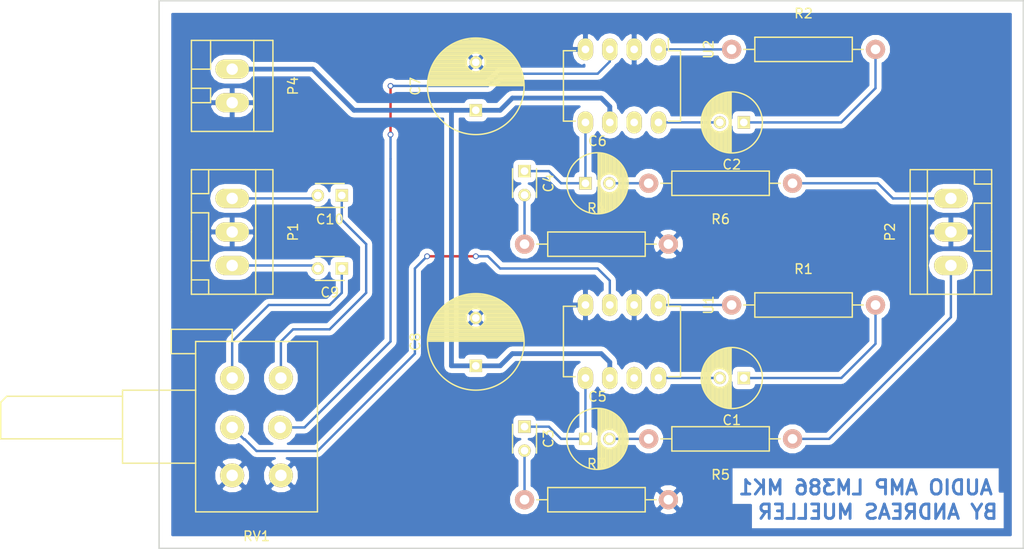
<source format=kicad_pcb>
(kicad_pcb (version 4) (host pcbnew 4.0.2+dfsg1-stable)

  (general
    (links 38)
    (no_connects 0)
    (area 72.114999 71.044999 179.075001 128.345001)
    (thickness 1.6)
    (drawings 6)
    (tracks 90)
    (zones 0)
    (modules 22)
    (nets 23)
  )

  (page A4)
  (layers
    (0 F.Cu signal)
    (31 B.Cu signal)
    (32 B.Adhes user)
    (33 F.Adhes user)
    (34 B.Paste user)
    (35 F.Paste user)
    (36 B.SilkS user)
    (37 F.SilkS user)
    (38 B.Mask user)
    (39 F.Mask user)
    (40 Dwgs.User user)
    (41 Cmts.User user)
    (42 Eco1.User user)
    (43 Eco2.User user)
    (44 Edge.Cuts user)
    (45 Margin user)
    (46 B.CrtYd user)
    (47 F.CrtYd user)
    (48 B.Fab user)
    (49 F.Fab user)
  )

  (setup
    (last_trace_width 0.25)
    (trace_clearance 0.2)
    (zone_clearance 0.508)
    (zone_45_only no)
    (trace_min 0.2)
    (segment_width 0.2)
    (edge_width 0.15)
    (via_size 0.6)
    (via_drill 0.4)
    (via_min_size 0.4)
    (via_min_drill 0.3)
    (uvia_size 0.3)
    (uvia_drill 0.1)
    (uvias_allowed no)
    (uvia_min_size 0.2)
    (uvia_min_drill 0.1)
    (pcb_text_width 0.3)
    (pcb_text_size 1.5 1.5)
    (mod_edge_width 0.15)
    (mod_text_size 1 1)
    (mod_text_width 0.15)
    (pad_size 1.524 1.524)
    (pad_drill 0.762)
    (pad_to_mask_clearance 0.2)
    (aux_axis_origin 0 0)
    (visible_elements FFFFFF7F)
    (pcbplotparams
      (layerselection 0x00030_80000001)
      (usegerberextensions false)
      (excludeedgelayer true)
      (linewidth 0.100000)
      (plotframeref false)
      (viasonmask false)
      (mode 1)
      (useauxorigin false)
      (hpglpennumber 1)
      (hpglpenspeed 20)
      (hpglpendiameter 15)
      (hpglpenoverlay 2)
      (psnegative false)
      (psa4output false)
      (plotreference true)
      (plotvalue true)
      (plotinvisibletext false)
      (padsonsilk false)
      (subtractmaskfromsilk false)
      (outputformat 1)
      (mirror false)
      (drillshape 1)
      (scaleselection 1)
      (outputdirectory ""))
  )

  (net 0 "")
  (net 1 "Net-(C1-Pad1)")
  (net 2 "Net-(C1-Pad2)")
  (net 3 "Net-(C2-Pad1)")
  (net 4 "Net-(C2-Pad2)")
  (net 5 "Net-(C3-Pad1)")
  (net 6 "Net-(C3-Pad2)")
  (net 7 "Net-(C4-Pad1)")
  (net 8 "Net-(C4-Pad2)")
  (net 9 "Net-(C5-Pad2)")
  (net 10 "Net-(C6-Pad2)")
  (net 11 +9V)
  (net 12 GND)
  (net 13 "Net-(C9-Pad1)")
  (net 14 "Net-(C9-Pad2)")
  (net 15 "Net-(C10-Pad1)")
  (net 16 "Net-(C10-Pad2)")
  (net 17 "Net-(R1-Pad1)")
  (net 18 "Net-(R2-Pad1)")
  (net 19 "Net-(P2-Pad1)")
  (net 20 "Net-(P2-Pad3)")
  (net 21 "Net-(RV1-Pad22)")
  (net 22 "Net-(RV1-Pad12)")

  (net_class Default "This is the default net class."
    (clearance 0.2)
    (trace_width 0.25)
    (via_dia 0.6)
    (via_drill 0.4)
    (uvia_dia 0.3)
    (uvia_drill 0.1)
    (add_net GND)
    (add_net "Net-(C1-Pad1)")
    (add_net "Net-(C1-Pad2)")
    (add_net "Net-(C10-Pad1)")
    (add_net "Net-(C10-Pad2)")
    (add_net "Net-(C2-Pad1)")
    (add_net "Net-(C2-Pad2)")
    (add_net "Net-(C3-Pad1)")
    (add_net "Net-(C3-Pad2)")
    (add_net "Net-(C4-Pad1)")
    (add_net "Net-(C4-Pad2)")
    (add_net "Net-(C5-Pad2)")
    (add_net "Net-(C6-Pad2)")
    (add_net "Net-(C9-Pad1)")
    (add_net "Net-(C9-Pad2)")
    (add_net "Net-(P2-Pad1)")
    (add_net "Net-(P2-Pad3)")
    (add_net "Net-(R1-Pad1)")
    (add_net "Net-(R2-Pad1)")
    (add_net "Net-(RV1-Pad12)")
    (add_net "Net-(RV1-Pad22)")
  )

  (net_class Power ""
    (clearance 0.2)
    (trace_width 0.5)
    (via_dia 0.8)
    (via_drill 0.5)
    (uvia_dia 0.4)
    (uvia_drill 0.2)
    (add_net +9V)
  )

  (module Capacitors_ThroughHole:C_Radial_D10_L25_P5 (layer F.Cu) (tedit 0) (tstamp 58FFB88C)
    (at 121.92 109.22 90)
    (descr "Radial Electrolytic Capacitor Diameter 10mm x Length 25mm, Pitch 5mm")
    (tags "Electrolytic Capacitor")
    (path /58CB51AF)
    (fp_text reference C8 (at 2.5 -6.3 90) (layer F.SilkS)
      (effects (font (size 1 1) (thickness 0.15)))
    )
    (fp_text value 10u (at 2.5 6.3 90) (layer F.Fab)
      (effects (font (size 1 1) (thickness 0.15)))
    )
    (fp_line (start 2.575 -4.999) (end 2.575 4.999) (layer F.SilkS) (width 0.15))
    (fp_line (start 2.715 -4.995) (end 2.715 4.995) (layer F.SilkS) (width 0.15))
    (fp_line (start 2.855 -4.987) (end 2.855 4.987) (layer F.SilkS) (width 0.15))
    (fp_line (start 2.995 -4.975) (end 2.995 4.975) (layer F.SilkS) (width 0.15))
    (fp_line (start 3.135 -4.96) (end 3.135 4.96) (layer F.SilkS) (width 0.15))
    (fp_line (start 3.275 -4.94) (end 3.275 4.94) (layer F.SilkS) (width 0.15))
    (fp_line (start 3.415 -4.916) (end 3.415 4.916) (layer F.SilkS) (width 0.15))
    (fp_line (start 3.555 -4.887) (end 3.555 4.887) (layer F.SilkS) (width 0.15))
    (fp_line (start 3.695 -4.855) (end 3.695 4.855) (layer F.SilkS) (width 0.15))
    (fp_line (start 3.835 -4.818) (end 3.835 4.818) (layer F.SilkS) (width 0.15))
    (fp_line (start 3.975 -4.777) (end 3.975 4.777) (layer F.SilkS) (width 0.15))
    (fp_line (start 4.115 -4.732) (end 4.115 -0.466) (layer F.SilkS) (width 0.15))
    (fp_line (start 4.115 0.466) (end 4.115 4.732) (layer F.SilkS) (width 0.15))
    (fp_line (start 4.255 -4.682) (end 4.255 -0.667) (layer F.SilkS) (width 0.15))
    (fp_line (start 4.255 0.667) (end 4.255 4.682) (layer F.SilkS) (width 0.15))
    (fp_line (start 4.395 -4.627) (end 4.395 -0.796) (layer F.SilkS) (width 0.15))
    (fp_line (start 4.395 0.796) (end 4.395 4.627) (layer F.SilkS) (width 0.15))
    (fp_line (start 4.535 -4.567) (end 4.535 -0.885) (layer F.SilkS) (width 0.15))
    (fp_line (start 4.535 0.885) (end 4.535 4.567) (layer F.SilkS) (width 0.15))
    (fp_line (start 4.675 -4.502) (end 4.675 -0.946) (layer F.SilkS) (width 0.15))
    (fp_line (start 4.675 0.946) (end 4.675 4.502) (layer F.SilkS) (width 0.15))
    (fp_line (start 4.815 -4.432) (end 4.815 -0.983) (layer F.SilkS) (width 0.15))
    (fp_line (start 4.815 0.983) (end 4.815 4.432) (layer F.SilkS) (width 0.15))
    (fp_line (start 4.955 -4.356) (end 4.955 -0.999) (layer F.SilkS) (width 0.15))
    (fp_line (start 4.955 0.999) (end 4.955 4.356) (layer F.SilkS) (width 0.15))
    (fp_line (start 5.095 -4.274) (end 5.095 -0.995) (layer F.SilkS) (width 0.15))
    (fp_line (start 5.095 0.995) (end 5.095 4.274) (layer F.SilkS) (width 0.15))
    (fp_line (start 5.235 -4.186) (end 5.235 -0.972) (layer F.SilkS) (width 0.15))
    (fp_line (start 5.235 0.972) (end 5.235 4.186) (layer F.SilkS) (width 0.15))
    (fp_line (start 5.375 -4.091) (end 5.375 -0.927) (layer F.SilkS) (width 0.15))
    (fp_line (start 5.375 0.927) (end 5.375 4.091) (layer F.SilkS) (width 0.15))
    (fp_line (start 5.515 -3.989) (end 5.515 -0.857) (layer F.SilkS) (width 0.15))
    (fp_line (start 5.515 0.857) (end 5.515 3.989) (layer F.SilkS) (width 0.15))
    (fp_line (start 5.655 -3.879) (end 5.655 -0.756) (layer F.SilkS) (width 0.15))
    (fp_line (start 5.655 0.756) (end 5.655 3.879) (layer F.SilkS) (width 0.15))
    (fp_line (start 5.795 -3.761) (end 5.795 -0.607) (layer F.SilkS) (width 0.15))
    (fp_line (start 5.795 0.607) (end 5.795 3.761) (layer F.SilkS) (width 0.15))
    (fp_line (start 5.935 -3.633) (end 5.935 -0.355) (layer F.SilkS) (width 0.15))
    (fp_line (start 5.935 0.355) (end 5.935 3.633) (layer F.SilkS) (width 0.15))
    (fp_line (start 6.075 -3.496) (end 6.075 3.496) (layer F.SilkS) (width 0.15))
    (fp_line (start 6.215 -3.346) (end 6.215 3.346) (layer F.SilkS) (width 0.15))
    (fp_line (start 6.355 -3.184) (end 6.355 3.184) (layer F.SilkS) (width 0.15))
    (fp_line (start 6.495 -3.007) (end 6.495 3.007) (layer F.SilkS) (width 0.15))
    (fp_line (start 6.635 -2.811) (end 6.635 2.811) (layer F.SilkS) (width 0.15))
    (fp_line (start 6.775 -2.593) (end 6.775 2.593) (layer F.SilkS) (width 0.15))
    (fp_line (start 6.915 -2.347) (end 6.915 2.347) (layer F.SilkS) (width 0.15))
    (fp_line (start 7.055 -2.062) (end 7.055 2.062) (layer F.SilkS) (width 0.15))
    (fp_line (start 7.195 -1.72) (end 7.195 1.72) (layer F.SilkS) (width 0.15))
    (fp_line (start 7.335 -1.274) (end 7.335 1.274) (layer F.SilkS) (width 0.15))
    (fp_line (start 7.475 -0.499) (end 7.475 0.499) (layer F.SilkS) (width 0.15))
    (fp_circle (center 5 0) (end 5 -1) (layer F.SilkS) (width 0.15))
    (fp_circle (center 2.5 0) (end 2.5 -5.0375) (layer F.SilkS) (width 0.15))
    (fp_circle (center 2.5 0) (end 2.5 -5.3) (layer F.CrtYd) (width 0.05))
    (pad 1 thru_hole rect (at 0 0 90) (size 1.3 1.3) (drill 0.8) (layers *.Cu *.Mask F.SilkS)
      (net 11 +9V))
    (pad 2 thru_hole circle (at 5 0 90) (size 1.3 1.3) (drill 0.8) (layers *.Cu *.Mask F.SilkS)
      (net 12 GND))
    (model Capacitors_ThroughHole.3dshapes/C_Radial_D10_L25_P5.wrl
      (at (xyz 0.0984252 0 0))
      (scale (xyz 1 1 1))
      (rotate (xyz 0 0 90))
    )
  )

  (module Capacitors_ThroughHole:C_Disc_D3_P2.5 (layer F.Cu) (tedit 0) (tstamp 58D1AFFD)
    (at 127 115.57 270)
    (descr "Capacitor 3mm Disc, Pitch 2.5mm")
    (tags Capacitor)
    (path /58CB074B)
    (fp_text reference C3 (at 1.25 -2.5 270) (layer F.SilkS)
      (effects (font (size 1 1) (thickness 0.15)))
    )
    (fp_text value 47n (at 1.25 2.5 270) (layer F.Fab)
      (effects (font (size 1 1) (thickness 0.15)))
    )
    (fp_line (start -0.9 -1.5) (end 3.4 -1.5) (layer F.CrtYd) (width 0.05))
    (fp_line (start 3.4 -1.5) (end 3.4 1.5) (layer F.CrtYd) (width 0.05))
    (fp_line (start 3.4 1.5) (end -0.9 1.5) (layer F.CrtYd) (width 0.05))
    (fp_line (start -0.9 1.5) (end -0.9 -1.5) (layer F.CrtYd) (width 0.05))
    (fp_line (start -0.25 -1.25) (end 2.75 -1.25) (layer F.SilkS) (width 0.15))
    (fp_line (start 2.75 1.25) (end -0.25 1.25) (layer F.SilkS) (width 0.15))
    (pad 1 thru_hole rect (at 0 0 270) (size 1.3 1.3) (drill 0.8) (layers *.Cu *.Mask F.SilkS)
      (net 5 "Net-(C3-Pad1)"))
    (pad 2 thru_hole circle (at 2.5 0 270) (size 1.3 1.3) (drill 0.8001) (layers *.Cu *.Mask F.SilkS)
      (net 6 "Net-(C3-Pad2)"))
    (model Capacitors_ThroughHole.3dshapes/C_Disc_D3_P2.5.wrl
      (at (xyz 0.0492126 0 0))
      (scale (xyz 1 1 1))
      (rotate (xyz 0 0 0))
    )
  )

  (module Capacitors_ThroughHole:C_Disc_D3_P2.5 (layer F.Cu) (tedit 0) (tstamp 58D1B009)
    (at 127 88.9 270)
    (descr "Capacitor 3mm Disc, Pitch 2.5mm")
    (tags Capacitor)
    (path /58CB079E)
    (fp_text reference C4 (at 1.25 -2.5 270) (layer F.SilkS)
      (effects (font (size 1 1) (thickness 0.15)))
    )
    (fp_text value 47n (at 1.25 2.5 270) (layer F.Fab)
      (effects (font (size 1 1) (thickness 0.15)))
    )
    (fp_line (start -0.9 -1.5) (end 3.4 -1.5) (layer F.CrtYd) (width 0.05))
    (fp_line (start 3.4 -1.5) (end 3.4 1.5) (layer F.CrtYd) (width 0.05))
    (fp_line (start 3.4 1.5) (end -0.9 1.5) (layer F.CrtYd) (width 0.05))
    (fp_line (start -0.9 1.5) (end -0.9 -1.5) (layer F.CrtYd) (width 0.05))
    (fp_line (start -0.25 -1.25) (end 2.75 -1.25) (layer F.SilkS) (width 0.15))
    (fp_line (start 2.75 1.25) (end -0.25 1.25) (layer F.SilkS) (width 0.15))
    (pad 1 thru_hole rect (at 0 0 270) (size 1.3 1.3) (drill 0.8) (layers *.Cu *.Mask F.SilkS)
      (net 7 "Net-(C4-Pad1)"))
    (pad 2 thru_hole circle (at 2.5 0 270) (size 1.3 1.3) (drill 0.8001) (layers *.Cu *.Mask F.SilkS)
      (net 8 "Net-(C4-Pad2)"))
    (model Capacitors_ThroughHole.3dshapes/C_Disc_D3_P2.5.wrl
      (at (xyz 0.0492126 0 0))
      (scale (xyz 1 1 1))
      (rotate (xyz 0 0 0))
    )
  )

  (module Capacitors_ThroughHole:C_Disc_D3_P2.5 (layer F.Cu) (tedit 0) (tstamp 58D1B101)
    (at 107.95 99.06 180)
    (descr "Capacitor 3mm Disc, Pitch 2.5mm")
    (tags Capacitor)
    (path /58CC6DB9)
    (fp_text reference C9 (at 1.25 -2.5 180) (layer F.SilkS)
      (effects (font (size 1 1) (thickness 0.15)))
    )
    (fp_text value 470n (at 1.25 2.5 180) (layer F.Fab)
      (effects (font (size 1 1) (thickness 0.15)))
    )
    (fp_line (start -0.9 -1.5) (end 3.4 -1.5) (layer F.CrtYd) (width 0.05))
    (fp_line (start 3.4 -1.5) (end 3.4 1.5) (layer F.CrtYd) (width 0.05))
    (fp_line (start 3.4 1.5) (end -0.9 1.5) (layer F.CrtYd) (width 0.05))
    (fp_line (start -0.9 1.5) (end -0.9 -1.5) (layer F.CrtYd) (width 0.05))
    (fp_line (start -0.25 -1.25) (end 2.75 -1.25) (layer F.SilkS) (width 0.15))
    (fp_line (start 2.75 1.25) (end -0.25 1.25) (layer F.SilkS) (width 0.15))
    (pad 1 thru_hole rect (at 0 0 180) (size 1.3 1.3) (drill 0.8) (layers *.Cu *.Mask F.SilkS)
      (net 13 "Net-(C9-Pad1)"))
    (pad 2 thru_hole circle (at 2.5 0 180) (size 1.3 1.3) (drill 0.8001) (layers *.Cu *.Mask F.SilkS)
      (net 14 "Net-(C9-Pad2)"))
    (model Capacitors_ThroughHole.3dshapes/C_Disc_D3_P2.5.wrl
      (at (xyz 0.0492126 0 0))
      (scale (xyz 1 1 1))
      (rotate (xyz 0 0 0))
    )
  )

  (module Capacitors_ThroughHole:C_Disc_D3_P2.5 (layer F.Cu) (tedit 0) (tstamp 58D1B10D)
    (at 107.95 91.44 180)
    (descr "Capacitor 3mm Disc, Pitch 2.5mm")
    (tags Capacitor)
    (path /58CC6E50)
    (fp_text reference C10 (at 1.25 -2.5 180) (layer F.SilkS)
      (effects (font (size 1 1) (thickness 0.15)))
    )
    (fp_text value 470n (at 1.25 2.5 180) (layer F.Fab)
      (effects (font (size 1 1) (thickness 0.15)))
    )
    (fp_line (start -0.9 -1.5) (end 3.4 -1.5) (layer F.CrtYd) (width 0.05))
    (fp_line (start 3.4 -1.5) (end 3.4 1.5) (layer F.CrtYd) (width 0.05))
    (fp_line (start 3.4 1.5) (end -0.9 1.5) (layer F.CrtYd) (width 0.05))
    (fp_line (start -0.9 1.5) (end -0.9 -1.5) (layer F.CrtYd) (width 0.05))
    (fp_line (start -0.25 -1.25) (end 2.75 -1.25) (layer F.SilkS) (width 0.15))
    (fp_line (start 2.75 1.25) (end -0.25 1.25) (layer F.SilkS) (width 0.15))
    (pad 1 thru_hole rect (at 0 0 180) (size 1.3 1.3) (drill 0.8) (layers *.Cu *.Mask F.SilkS)
      (net 15 "Net-(C10-Pad1)"))
    (pad 2 thru_hole circle (at 2.5 0 180) (size 1.3 1.3) (drill 0.8001) (layers *.Cu *.Mask F.SilkS)
      (net 16 "Net-(C10-Pad2)"))
    (model Capacitors_ThroughHole.3dshapes/C_Disc_D3_P2.5.wrl
      (at (xyz 0.0492126 0 0))
      (scale (xyz 1 1 1))
      (rotate (xyz 0 0 0))
    )
  )

  (module Sockets_WAGO734:WAGO_734_3pin_Straight_RuggedPads (layer F.Cu) (tedit 0) (tstamp 58D1B121)
    (at 96.52 95.25 270)
    (descr "WAGO, Serie 734, Socket, Stiftleiste, 3 polig, 3 pin, rugged Pads, straight, gerade, Date 05Jul2010,")
    (tags "WAGO, Serie 734, Socket, Stiftleiste, 3 polig, 3 pin, rugged Pads, straight, gerade, Date 05Jul2010,")
    (path /58CC8278)
    (fp_text reference P1 (at 0 -6.35 270) (layer F.SilkS)
      (effects (font (size 1 1) (thickness 0.15)))
    )
    (fp_text value CONN_01X03 (at 0 6.35 270) (layer F.Fab)
      (effects (font (size 1 1) (thickness 0.15)))
    )
    (fp_line (start -6.49986 -2.4511) (end 6.49986 -2.4511) (layer F.SilkS) (width 0.15))
    (fp_line (start 5.00126 4.24942) (end 5.00126 2.4511) (layer F.SilkS) (width 0.15))
    (fp_line (start 5.00126 2.4511) (end 6.49986 2.4511) (layer F.SilkS) (width 0.15))
    (fp_line (start -1.99898 4.24942) (end -1.99898 2.4511) (layer F.SilkS) (width 0.15))
    (fp_line (start -1.99898 2.4511) (end 2.99974 2.4511) (layer F.SilkS) (width 0.15))
    (fp_line (start 2.99974 2.4511) (end 2.99974 4.24942) (layer F.SilkS) (width 0.15))
    (fp_line (start -6.49986 2.4511) (end -4.0005 2.4511) (layer F.SilkS) (width 0.15))
    (fp_line (start -4.0005 2.4511) (end -4.0005 4.24942) (layer F.SilkS) (width 0.15))
    (fp_line (start 0 4.24942) (end -6.49986 4.24942) (layer F.SilkS) (width 0.15))
    (fp_line (start -6.49986 4.24942) (end -6.49986 -4.24942) (layer F.SilkS) (width 0.15))
    (fp_line (start -6.49986 -4.24942) (end 6.49986 -4.24942) (layer F.SilkS) (width 0.15))
    (fp_line (start 6.49986 -4.24942) (end 6.49986 4.24942) (layer F.SilkS) (width 0.15))
    (fp_line (start 6.49986 4.24942) (end 0 4.24942) (layer F.SilkS) (width 0.15))
    (pad 2 thru_hole oval (at 0 0 270) (size 1.99898 3.50012) (drill 1.19888) (layers *.Cu *.Mask F.SilkS)
      (net 12 GND))
    (pad 1 thru_hole oval (at -3.50012 0 270) (size 1.99898 3.50012) (drill 1.19888) (layers *.Cu *.Mask F.SilkS)
      (net 16 "Net-(C10-Pad2)"))
    (pad 3 thru_hole oval (at 3.50012 0 270) (size 1.99898 3.50012) (drill 1.19888) (layers *.Cu *.Mask F.SilkS)
      (net 14 "Net-(C9-Pad2)"))
  )

  (module Sockets_WAGO734:WAGO_734_3pin_Straight_RuggedPads (layer F.Cu) (tedit 0) (tstamp 58D1B135)
    (at 171.45 95.25 90)
    (descr "WAGO, Serie 734, Socket, Stiftleiste, 3 polig, 3 pin, rugged Pads, straight, gerade, Date 05Jul2010,")
    (tags "WAGO, Serie 734, Socket, Stiftleiste, 3 polig, 3 pin, rugged Pads, straight, gerade, Date 05Jul2010,")
    (path /58CC82F0)
    (fp_text reference P2 (at 0 -6.35 90) (layer F.SilkS)
      (effects (font (size 1 1) (thickness 0.15)))
    )
    (fp_text value CONN_01X03 (at 0 6.35 90) (layer F.Fab)
      (effects (font (size 1 1) (thickness 0.15)))
    )
    (fp_line (start -6.49986 -2.4511) (end 6.49986 -2.4511) (layer F.SilkS) (width 0.15))
    (fp_line (start 5.00126 4.24942) (end 5.00126 2.4511) (layer F.SilkS) (width 0.15))
    (fp_line (start 5.00126 2.4511) (end 6.49986 2.4511) (layer F.SilkS) (width 0.15))
    (fp_line (start -1.99898 4.24942) (end -1.99898 2.4511) (layer F.SilkS) (width 0.15))
    (fp_line (start -1.99898 2.4511) (end 2.99974 2.4511) (layer F.SilkS) (width 0.15))
    (fp_line (start 2.99974 2.4511) (end 2.99974 4.24942) (layer F.SilkS) (width 0.15))
    (fp_line (start -6.49986 2.4511) (end -4.0005 2.4511) (layer F.SilkS) (width 0.15))
    (fp_line (start -4.0005 2.4511) (end -4.0005 4.24942) (layer F.SilkS) (width 0.15))
    (fp_line (start 0 4.24942) (end -6.49986 4.24942) (layer F.SilkS) (width 0.15))
    (fp_line (start -6.49986 4.24942) (end -6.49986 -4.24942) (layer F.SilkS) (width 0.15))
    (fp_line (start -6.49986 -4.24942) (end 6.49986 -4.24942) (layer F.SilkS) (width 0.15))
    (fp_line (start 6.49986 -4.24942) (end 6.49986 4.24942) (layer F.SilkS) (width 0.15))
    (fp_line (start 6.49986 4.24942) (end 0 4.24942) (layer F.SilkS) (width 0.15))
    (pad 2 thru_hole oval (at 0 0 90) (size 1.99898 3.50012) (drill 1.19888) (layers *.Cu *.Mask F.SilkS)
      (net 12 GND))
    (pad 1 thru_hole oval (at -3.50012 0 90) (size 1.99898 3.50012) (drill 1.19888) (layers *.Cu *.Mask F.SilkS)
      (net 19 "Net-(P2-Pad1)"))
    (pad 3 thru_hole oval (at 3.50012 0 90) (size 1.99898 3.50012) (drill 1.19888) (layers *.Cu *.Mask F.SilkS)
      (net 20 "Net-(P2-Pad3)"))
  )

  (module Sockets_WAGO734:WAGO_734_2pin_Straight_RuggedPads (layer F.Cu) (tedit 0) (tstamp 58D1B145)
    (at 96.52 80.01 270)
    (descr "WAGO, Serie 734, Socket, Stiftleiste, 2 polig, 2 pin, rugged Pads, straight, gerade, Date 05Jul2010,")
    (tags "WAGO, Serie 734, Socket, Stiftleiste, 2 polig, 2 pin, rugged Pads, straight, gerade, Date 05Jul2010,")
    (path /58CB2270)
    (fp_text reference P4 (at 0 -6.35 270) (layer F.SilkS)
      (effects (font (size 1 1) (thickness 0.15)))
    )
    (fp_text value CONN_01X02 (at 0 6.35 270) (layer F.Fab)
      (effects (font (size 1 1) (thickness 0.15)))
    )
    (fp_line (start -4.7498 -2.25044) (end 4.7498 -2.25044) (layer F.SilkS) (width 0.15))
    (fp_line (start 0.24892 4.24942) (end 0.24892 2.25044) (layer F.SilkS) (width 0.15))
    (fp_line (start 0.24892 2.25044) (end 1.75006 2.25044) (layer F.SilkS) (width 0.15))
    (fp_line (start 1.75006 2.25044) (end 1.75006 4.24942) (layer F.SilkS) (width 0.15))
    (fp_line (start -4.7498 2.25044) (end -1.75006 2.25044) (layer F.SilkS) (width 0.15))
    (fp_line (start -1.75006 2.25044) (end -1.75006 4.20116) (layer F.SilkS) (width 0.15))
    (fp_line (start 4.7498 4.24942) (end 4.7498 -4.24942) (layer F.SilkS) (width 0.15))
    (fp_line (start 4.7498 -4.24942) (end -4.7498 -4.24942) (layer F.SilkS) (width 0.15))
    (fp_line (start -4.7498 -4.24942) (end -4.7498 4.24942) (layer F.SilkS) (width 0.15))
    (fp_line (start -4.7498 4.24942) (end 4.7498 4.24942) (layer F.SilkS) (width 0.15))
    (pad 2 thru_hole oval (at 1.75006 0 270) (size 1.99898 3.50012) (drill 1.19888) (layers *.Cu *.Mask F.SilkS)
      (net 12 GND))
    (pad 1 thru_hole oval (at -1.75006 0 270) (size 1.99898 3.50012) (drill 1.19888) (layers *.Cu *.Mask F.SilkS)
      (net 11 +9V))
  )

  (module Resistors_ThroughHole:Resistor_Horizontal_RM15mm (layer F.Cu) (tedit 569FCEE8) (tstamp 58D1B155)
    (at 148.59 102.87)
    (descr "Resistor, Axial, RM 15mm,")
    (tags "Resistor Axial RM 15mm")
    (path /58CB116B)
    (fp_text reference R1 (at 7.5 -3.74904) (layer F.SilkS)
      (effects (font (size 1 1) (thickness 0.15)))
    )
    (fp_text value R (at 7.5 4.0005) (layer F.Fab)
      (effects (font (size 1 1) (thickness 0.15)))
    )
    (fp_line (start -1.25 1.5) (end -1.25 -1.5) (layer F.CrtYd) (width 0.05))
    (fp_line (start -1.25 -1.5) (end 16.25 -1.5) (layer F.CrtYd) (width 0.05))
    (fp_line (start 16.25 -1.5) (end 16.25 1.5) (layer F.CrtYd) (width 0.05))
    (fp_line (start 16.25 1.5) (end -1.25 1.5) (layer F.CrtYd) (width 0.05))
    (fp_line (start 2.42 -1.27) (end 2.42 1.27) (layer F.SilkS) (width 0.15))
    (fp_line (start 2.42 1.27) (end 12.58 1.27) (layer F.SilkS) (width 0.15))
    (fp_line (start 12.58 1.27) (end 12.58 -1.27) (layer F.SilkS) (width 0.15))
    (fp_line (start 12.58 -1.27) (end 2.42 -1.27) (layer F.SilkS) (width 0.15))
    (fp_line (start 13.73 0) (end 12.58 0) (layer F.SilkS) (width 0.15))
    (fp_line (start 1.27 0) (end 2.42 0) (layer F.SilkS) (width 0.15))
    (pad 1 thru_hole circle (at 0 0) (size 1.99898 1.99898) (drill 1.00076) (layers *.Cu *.SilkS *.Mask)
      (net 17 "Net-(R1-Pad1)"))
    (pad 2 thru_hole circle (at 15 0) (size 1.99898 1.99898) (drill 1.00076) (layers *.Cu *.SilkS *.Mask)
      (net 1 "Net-(C1-Pad1)"))
    (model Resistors_ThroughHole.3dshapes/Resistor_Horizontal_RM15mm.wrl
      (at (xyz 0 0 0))
      (scale (xyz 0.4 0.4 0.4))
      (rotate (xyz 0 0 0))
    )
  )

  (module Resistors_ThroughHole:Resistor_Horizontal_RM15mm (layer F.Cu) (tedit 569FCEE8) (tstamp 58D1B165)
    (at 148.59 76.2)
    (descr "Resistor, Axial, RM 15mm,")
    (tags "Resistor Axial RM 15mm")
    (path /58CB12CB)
    (fp_text reference R2 (at 7.5 -3.74904) (layer F.SilkS)
      (effects (font (size 1 1) (thickness 0.15)))
    )
    (fp_text value R (at 7.5 4.0005) (layer F.Fab)
      (effects (font (size 1 1) (thickness 0.15)))
    )
    (fp_line (start -1.25 1.5) (end -1.25 -1.5) (layer F.CrtYd) (width 0.05))
    (fp_line (start -1.25 -1.5) (end 16.25 -1.5) (layer F.CrtYd) (width 0.05))
    (fp_line (start 16.25 -1.5) (end 16.25 1.5) (layer F.CrtYd) (width 0.05))
    (fp_line (start 16.25 1.5) (end -1.25 1.5) (layer F.CrtYd) (width 0.05))
    (fp_line (start 2.42 -1.27) (end 2.42 1.27) (layer F.SilkS) (width 0.15))
    (fp_line (start 2.42 1.27) (end 12.58 1.27) (layer F.SilkS) (width 0.15))
    (fp_line (start 12.58 1.27) (end 12.58 -1.27) (layer F.SilkS) (width 0.15))
    (fp_line (start 12.58 -1.27) (end 2.42 -1.27) (layer F.SilkS) (width 0.15))
    (fp_line (start 13.73 0) (end 12.58 0) (layer F.SilkS) (width 0.15))
    (fp_line (start 1.27 0) (end 2.42 0) (layer F.SilkS) (width 0.15))
    (pad 1 thru_hole circle (at 0 0) (size 1.99898 1.99898) (drill 1.00076) (layers *.Cu *.SilkS *.Mask)
      (net 18 "Net-(R2-Pad1)"))
    (pad 2 thru_hole circle (at 15 0) (size 1.99898 1.99898) (drill 1.00076) (layers *.Cu *.SilkS *.Mask)
      (net 3 "Net-(C2-Pad1)"))
    (model Resistors_ThroughHole.3dshapes/Resistor_Horizontal_RM15mm.wrl
      (at (xyz 0 0 0))
      (scale (xyz 0.4 0.4 0.4))
      (rotate (xyz 0 0 0))
    )
  )

  (module Resistors_ThroughHole:Resistor_Horizontal_RM15mm (layer F.Cu) (tedit 569FCEE8) (tstamp 58D1B175)
    (at 127 123.19)
    (descr "Resistor, Axial, RM 15mm,")
    (tags "Resistor Axial RM 15mm")
    (path /58CB07ED)
    (fp_text reference R3 (at 7.5 -3.74904) (layer F.SilkS)
      (effects (font (size 1 1) (thickness 0.15)))
    )
    (fp_text value 10 (at 7.5 4.0005) (layer F.Fab)
      (effects (font (size 1 1) (thickness 0.15)))
    )
    (fp_line (start -1.25 1.5) (end -1.25 -1.5) (layer F.CrtYd) (width 0.05))
    (fp_line (start -1.25 -1.5) (end 16.25 -1.5) (layer F.CrtYd) (width 0.05))
    (fp_line (start 16.25 -1.5) (end 16.25 1.5) (layer F.CrtYd) (width 0.05))
    (fp_line (start 16.25 1.5) (end -1.25 1.5) (layer F.CrtYd) (width 0.05))
    (fp_line (start 2.42 -1.27) (end 2.42 1.27) (layer F.SilkS) (width 0.15))
    (fp_line (start 2.42 1.27) (end 12.58 1.27) (layer F.SilkS) (width 0.15))
    (fp_line (start 12.58 1.27) (end 12.58 -1.27) (layer F.SilkS) (width 0.15))
    (fp_line (start 12.58 -1.27) (end 2.42 -1.27) (layer F.SilkS) (width 0.15))
    (fp_line (start 13.73 0) (end 12.58 0) (layer F.SilkS) (width 0.15))
    (fp_line (start 1.27 0) (end 2.42 0) (layer F.SilkS) (width 0.15))
    (pad 1 thru_hole circle (at 0 0) (size 1.99898 1.99898) (drill 1.00076) (layers *.Cu *.SilkS *.Mask)
      (net 6 "Net-(C3-Pad2)"))
    (pad 2 thru_hole circle (at 15 0) (size 1.99898 1.99898) (drill 1.00076) (layers *.Cu *.SilkS *.Mask)
      (net 12 GND))
    (model Resistors_ThroughHole.3dshapes/Resistor_Horizontal_RM15mm.wrl
      (at (xyz 0 0 0))
      (scale (xyz 0.4 0.4 0.4))
      (rotate (xyz 0 0 0))
    )
  )

  (module Resistors_ThroughHole:Resistor_Horizontal_RM15mm (layer F.Cu) (tedit 569FCEE8) (tstamp 58D1B185)
    (at 127 96.52)
    (descr "Resistor, Axial, RM 15mm,")
    (tags "Resistor Axial RM 15mm")
    (path /58CB0835)
    (fp_text reference R4 (at 7.5 -3.74904) (layer F.SilkS)
      (effects (font (size 1 1) (thickness 0.15)))
    )
    (fp_text value 10 (at 7.5 4.0005) (layer F.Fab)
      (effects (font (size 1 1) (thickness 0.15)))
    )
    (fp_line (start -1.25 1.5) (end -1.25 -1.5) (layer F.CrtYd) (width 0.05))
    (fp_line (start -1.25 -1.5) (end 16.25 -1.5) (layer F.CrtYd) (width 0.05))
    (fp_line (start 16.25 -1.5) (end 16.25 1.5) (layer F.CrtYd) (width 0.05))
    (fp_line (start 16.25 1.5) (end -1.25 1.5) (layer F.CrtYd) (width 0.05))
    (fp_line (start 2.42 -1.27) (end 2.42 1.27) (layer F.SilkS) (width 0.15))
    (fp_line (start 2.42 1.27) (end 12.58 1.27) (layer F.SilkS) (width 0.15))
    (fp_line (start 12.58 1.27) (end 12.58 -1.27) (layer F.SilkS) (width 0.15))
    (fp_line (start 12.58 -1.27) (end 2.42 -1.27) (layer F.SilkS) (width 0.15))
    (fp_line (start 13.73 0) (end 12.58 0) (layer F.SilkS) (width 0.15))
    (fp_line (start 1.27 0) (end 2.42 0) (layer F.SilkS) (width 0.15))
    (pad 1 thru_hole circle (at 0 0) (size 1.99898 1.99898) (drill 1.00076) (layers *.Cu *.SilkS *.Mask)
      (net 8 "Net-(C4-Pad2)"))
    (pad 2 thru_hole circle (at 15 0) (size 1.99898 1.99898) (drill 1.00076) (layers *.Cu *.SilkS *.Mask)
      (net 12 GND))
    (model Resistors_ThroughHole.3dshapes/Resistor_Horizontal_RM15mm.wrl
      (at (xyz 0 0 0))
      (scale (xyz 0.4 0.4 0.4))
      (rotate (xyz 0 0 0))
    )
  )

  (module Housings_DIP:DIP-8_W7.62mm_LongPads (layer F.Cu) (tedit 54130A77) (tstamp 58D1B1BD)
    (at 140.97 102.87 270)
    (descr "8-lead dip package, row spacing 7.62 mm (300 mils), longer pads")
    (tags "dil dip 2.54 300")
    (path /58CB04A4)
    (fp_text reference U1 (at 0 -5.22 270) (layer F.SilkS)
      (effects (font (size 1 1) (thickness 0.15)))
    )
    (fp_text value LM386 (at 0 -3.72 270) (layer F.Fab)
      (effects (font (size 1 1) (thickness 0.15)))
    )
    (fp_line (start -1.4 -2.45) (end -1.4 10.1) (layer F.CrtYd) (width 0.05))
    (fp_line (start 9 -2.45) (end 9 10.1) (layer F.CrtYd) (width 0.05))
    (fp_line (start -1.4 -2.45) (end 9 -2.45) (layer F.CrtYd) (width 0.05))
    (fp_line (start -1.4 10.1) (end 9 10.1) (layer F.CrtYd) (width 0.05))
    (fp_line (start 0.135 -2.295) (end 0.135 -1.025) (layer F.SilkS) (width 0.15))
    (fp_line (start 7.485 -2.295) (end 7.485 -1.025) (layer F.SilkS) (width 0.15))
    (fp_line (start 7.485 9.915) (end 7.485 8.645) (layer F.SilkS) (width 0.15))
    (fp_line (start 0.135 9.915) (end 0.135 8.645) (layer F.SilkS) (width 0.15))
    (fp_line (start 0.135 -2.295) (end 7.485 -2.295) (layer F.SilkS) (width 0.15))
    (fp_line (start 0.135 9.915) (end 7.485 9.915) (layer F.SilkS) (width 0.15))
    (fp_line (start 0.135 -1.025) (end -1.15 -1.025) (layer F.SilkS) (width 0.15))
    (pad 1 thru_hole oval (at 0 0 270) (size 2.3 1.6) (drill 0.8) (layers *.Cu *.Mask F.SilkS)
      (net 17 "Net-(R1-Pad1)"))
    (pad 2 thru_hole oval (at 0 2.54 270) (size 2.3 1.6) (drill 0.8) (layers *.Cu *.Mask F.SilkS)
      (net 12 GND))
    (pad 3 thru_hole oval (at 0 5.08 270) (size 2.3 1.6) (drill 0.8) (layers *.Cu *.Mask F.SilkS)
      (net 22 "Net-(RV1-Pad12)"))
    (pad 4 thru_hole oval (at 0 7.62 270) (size 2.3 1.6) (drill 0.8) (layers *.Cu *.Mask F.SilkS)
      (net 12 GND))
    (pad 5 thru_hole oval (at 7.62 7.62 270) (size 2.3 1.6) (drill 0.8) (layers *.Cu *.Mask F.SilkS)
      (net 5 "Net-(C3-Pad1)"))
    (pad 6 thru_hole oval (at 7.62 5.08 270) (size 2.3 1.6) (drill 0.8) (layers *.Cu *.Mask F.SilkS)
      (net 11 +9V))
    (pad 7 thru_hole oval (at 7.62 2.54 270) (size 2.3 1.6) (drill 0.8) (layers *.Cu *.Mask F.SilkS))
    (pad 8 thru_hole oval (at 7.62 0 270) (size 2.3 1.6) (drill 0.8) (layers *.Cu *.Mask F.SilkS)
      (net 2 "Net-(C1-Pad2)"))
    (model Housings_DIP.3dshapes/DIP-8_W7.62mm_LongPads.wrl
      (at (xyz 0 0 0))
      (scale (xyz 1 1 1))
      (rotate (xyz 0 0 0))
    )
  )

  (module Housings_DIP:DIP-8_W7.62mm_LongPads (layer F.Cu) (tedit 54130A77) (tstamp 58D1B1D4)
    (at 140.97 76.2 270)
    (descr "8-lead dip package, row spacing 7.62 mm (300 mils), longer pads")
    (tags "dil dip 2.54 300")
    (path /58CB050B)
    (fp_text reference U2 (at 0 -5.22 270) (layer F.SilkS)
      (effects (font (size 1 1) (thickness 0.15)))
    )
    (fp_text value LM386 (at 0 -3.72 270) (layer F.Fab)
      (effects (font (size 1 1) (thickness 0.15)))
    )
    (fp_line (start -1.4 -2.45) (end -1.4 10.1) (layer F.CrtYd) (width 0.05))
    (fp_line (start 9 -2.45) (end 9 10.1) (layer F.CrtYd) (width 0.05))
    (fp_line (start -1.4 -2.45) (end 9 -2.45) (layer F.CrtYd) (width 0.05))
    (fp_line (start -1.4 10.1) (end 9 10.1) (layer F.CrtYd) (width 0.05))
    (fp_line (start 0.135 -2.295) (end 0.135 -1.025) (layer F.SilkS) (width 0.15))
    (fp_line (start 7.485 -2.295) (end 7.485 -1.025) (layer F.SilkS) (width 0.15))
    (fp_line (start 7.485 9.915) (end 7.485 8.645) (layer F.SilkS) (width 0.15))
    (fp_line (start 0.135 9.915) (end 0.135 8.645) (layer F.SilkS) (width 0.15))
    (fp_line (start 0.135 -2.295) (end 7.485 -2.295) (layer F.SilkS) (width 0.15))
    (fp_line (start 0.135 9.915) (end 7.485 9.915) (layer F.SilkS) (width 0.15))
    (fp_line (start 0.135 -1.025) (end -1.15 -1.025) (layer F.SilkS) (width 0.15))
    (pad 1 thru_hole oval (at 0 0 270) (size 2.3 1.6) (drill 0.8) (layers *.Cu *.Mask F.SilkS)
      (net 18 "Net-(R2-Pad1)"))
    (pad 2 thru_hole oval (at 0 2.54 270) (size 2.3 1.6) (drill 0.8) (layers *.Cu *.Mask F.SilkS)
      (net 12 GND))
    (pad 3 thru_hole oval (at 0 5.08 270) (size 2.3 1.6) (drill 0.8) (layers *.Cu *.Mask F.SilkS)
      (net 21 "Net-(RV1-Pad22)"))
    (pad 4 thru_hole oval (at 0 7.62 270) (size 2.3 1.6) (drill 0.8) (layers *.Cu *.Mask F.SilkS)
      (net 12 GND))
    (pad 5 thru_hole oval (at 7.62 7.62 270) (size 2.3 1.6) (drill 0.8) (layers *.Cu *.Mask F.SilkS)
      (net 7 "Net-(C4-Pad1)"))
    (pad 6 thru_hole oval (at 7.62 5.08 270) (size 2.3 1.6) (drill 0.8) (layers *.Cu *.Mask F.SilkS)
      (net 11 +9V))
    (pad 7 thru_hole oval (at 7.62 2.54 270) (size 2.3 1.6) (drill 0.8) (layers *.Cu *.Mask F.SilkS))
    (pad 8 thru_hole oval (at 7.62 0 270) (size 2.3 1.6) (drill 0.8) (layers *.Cu *.Mask F.SilkS)
      (net 4 "Net-(C2-Pad2)"))
    (model Housings_DIP.3dshapes/DIP-8_W7.62mm_LongPads.wrl
      (at (xyz 0 0 0))
      (scale (xyz 1 1 1))
      (rotate (xyz 0 0 0))
    )
  )

  (module Resistors_ThroughHole:Resistor_Horizontal_RM15mm (layer F.Cu) (tedit 569FCEE8) (tstamp 58FFA6AB)
    (at 154.94 116.84 180)
    (descr "Resistor, Axial, RM 15mm,")
    (tags "Resistor Axial RM 15mm")
    (path /58FFA6EB)
    (fp_text reference R5 (at 7.5 -3.74904 180) (layer F.SilkS)
      (effects (font (size 1 1) (thickness 0.15)))
    )
    (fp_text value 0.5 (at 7.5 4.0005 180) (layer F.Fab)
      (effects (font (size 1 1) (thickness 0.15)))
    )
    (fp_line (start -1.25 1.5) (end -1.25 -1.5) (layer F.CrtYd) (width 0.05))
    (fp_line (start -1.25 -1.5) (end 16.25 -1.5) (layer F.CrtYd) (width 0.05))
    (fp_line (start 16.25 -1.5) (end 16.25 1.5) (layer F.CrtYd) (width 0.05))
    (fp_line (start 16.25 1.5) (end -1.25 1.5) (layer F.CrtYd) (width 0.05))
    (fp_line (start 2.42 -1.27) (end 2.42 1.27) (layer F.SilkS) (width 0.15))
    (fp_line (start 2.42 1.27) (end 12.58 1.27) (layer F.SilkS) (width 0.15))
    (fp_line (start 12.58 1.27) (end 12.58 -1.27) (layer F.SilkS) (width 0.15))
    (fp_line (start 12.58 -1.27) (end 2.42 -1.27) (layer F.SilkS) (width 0.15))
    (fp_line (start 13.73 0) (end 12.58 0) (layer F.SilkS) (width 0.15))
    (fp_line (start 1.27 0) (end 2.42 0) (layer F.SilkS) (width 0.15))
    (pad 1 thru_hole circle (at 0 0 180) (size 1.99898 1.99898) (drill 1.00076) (layers *.Cu *.SilkS *.Mask)
      (net 19 "Net-(P2-Pad1)"))
    (pad 2 thru_hole circle (at 15 0 180) (size 1.99898 1.99898) (drill 1.00076) (layers *.Cu *.SilkS *.Mask)
      (net 9 "Net-(C5-Pad2)"))
    (model Resistors_ThroughHole.3dshapes/Resistor_Horizontal_RM15mm.wrl
      (at (xyz 0 0 0))
      (scale (xyz 0.4 0.4 0.4))
      (rotate (xyz 0 0 0))
    )
  )

  (module Resistors_ThroughHole:Resistor_Horizontal_RM15mm (layer F.Cu) (tedit 569FCEE8) (tstamp 58FFA6B1)
    (at 154.94 90.17 180)
    (descr "Resistor, Axial, RM 15mm,")
    (tags "Resistor Axial RM 15mm")
    (path /58FFA76C)
    (fp_text reference R6 (at 7.5 -3.74904 180) (layer F.SilkS)
      (effects (font (size 1 1) (thickness 0.15)))
    )
    (fp_text value 0.5 (at 7.5 4.0005 180) (layer F.Fab)
      (effects (font (size 1 1) (thickness 0.15)))
    )
    (fp_line (start -1.25 1.5) (end -1.25 -1.5) (layer F.CrtYd) (width 0.05))
    (fp_line (start -1.25 -1.5) (end 16.25 -1.5) (layer F.CrtYd) (width 0.05))
    (fp_line (start 16.25 -1.5) (end 16.25 1.5) (layer F.CrtYd) (width 0.05))
    (fp_line (start 16.25 1.5) (end -1.25 1.5) (layer F.CrtYd) (width 0.05))
    (fp_line (start 2.42 -1.27) (end 2.42 1.27) (layer F.SilkS) (width 0.15))
    (fp_line (start 2.42 1.27) (end 12.58 1.27) (layer F.SilkS) (width 0.15))
    (fp_line (start 12.58 1.27) (end 12.58 -1.27) (layer F.SilkS) (width 0.15))
    (fp_line (start 12.58 -1.27) (end 2.42 -1.27) (layer F.SilkS) (width 0.15))
    (fp_line (start 13.73 0) (end 12.58 0) (layer F.SilkS) (width 0.15))
    (fp_line (start 1.27 0) (end 2.42 0) (layer F.SilkS) (width 0.15))
    (pad 1 thru_hole circle (at 0 0 180) (size 1.99898 1.99898) (drill 1.00076) (layers *.Cu *.SilkS *.Mask)
      (net 20 "Net-(P2-Pad3)"))
    (pad 2 thru_hole circle (at 15 0 180) (size 1.99898 1.99898) (drill 1.00076) (layers *.Cu *.SilkS *.Mask)
      (net 10 "Net-(C6-Pad2)"))
    (model Resistors_ThroughHole.3dshapes/Resistor_Horizontal_RM15mm.wrl
      (at (xyz 0 0 0))
      (scale (xyz 0.4 0.4 0.4))
      (rotate (xyz 0 0 0))
    )
  )

  (module Capacitors_ThroughHole:C_Radial_D6.3_L11.2_P2.5 (layer F.Cu) (tedit 0) (tstamp 58FFB86E)
    (at 149.86 110.49 180)
    (descr "Radial Electrolytic Capacitor, Diameter 6.3mm x Length 11.2mm, Pitch 2.5mm")
    (tags "Electrolytic Capacitor")
    (path /58CC924C)
    (fp_text reference C1 (at 1.25 -4.4 180) (layer F.SilkS)
      (effects (font (size 1 1) (thickness 0.15)))
    )
    (fp_text value 10u (at 1.25 4.4 180) (layer F.Fab)
      (effects (font (size 1 1) (thickness 0.15)))
    )
    (fp_line (start 1.325 -3.149) (end 1.325 3.149) (layer F.SilkS) (width 0.15))
    (fp_line (start 1.465 -3.143) (end 1.465 3.143) (layer F.SilkS) (width 0.15))
    (fp_line (start 1.605 -3.13) (end 1.605 -0.446) (layer F.SilkS) (width 0.15))
    (fp_line (start 1.605 0.446) (end 1.605 3.13) (layer F.SilkS) (width 0.15))
    (fp_line (start 1.745 -3.111) (end 1.745 -0.656) (layer F.SilkS) (width 0.15))
    (fp_line (start 1.745 0.656) (end 1.745 3.111) (layer F.SilkS) (width 0.15))
    (fp_line (start 1.885 -3.085) (end 1.885 -0.789) (layer F.SilkS) (width 0.15))
    (fp_line (start 1.885 0.789) (end 1.885 3.085) (layer F.SilkS) (width 0.15))
    (fp_line (start 2.025 -3.053) (end 2.025 -0.88) (layer F.SilkS) (width 0.15))
    (fp_line (start 2.025 0.88) (end 2.025 3.053) (layer F.SilkS) (width 0.15))
    (fp_line (start 2.165 -3.014) (end 2.165 -0.942) (layer F.SilkS) (width 0.15))
    (fp_line (start 2.165 0.942) (end 2.165 3.014) (layer F.SilkS) (width 0.15))
    (fp_line (start 2.305 -2.968) (end 2.305 -0.981) (layer F.SilkS) (width 0.15))
    (fp_line (start 2.305 0.981) (end 2.305 2.968) (layer F.SilkS) (width 0.15))
    (fp_line (start 2.445 -2.915) (end 2.445 -0.998) (layer F.SilkS) (width 0.15))
    (fp_line (start 2.445 0.998) (end 2.445 2.915) (layer F.SilkS) (width 0.15))
    (fp_line (start 2.585 -2.853) (end 2.585 -0.996) (layer F.SilkS) (width 0.15))
    (fp_line (start 2.585 0.996) (end 2.585 2.853) (layer F.SilkS) (width 0.15))
    (fp_line (start 2.725 -2.783) (end 2.725 -0.974) (layer F.SilkS) (width 0.15))
    (fp_line (start 2.725 0.974) (end 2.725 2.783) (layer F.SilkS) (width 0.15))
    (fp_line (start 2.865 -2.704) (end 2.865 -0.931) (layer F.SilkS) (width 0.15))
    (fp_line (start 2.865 0.931) (end 2.865 2.704) (layer F.SilkS) (width 0.15))
    (fp_line (start 3.005 -2.616) (end 3.005 -0.863) (layer F.SilkS) (width 0.15))
    (fp_line (start 3.005 0.863) (end 3.005 2.616) (layer F.SilkS) (width 0.15))
    (fp_line (start 3.145 -2.516) (end 3.145 -0.764) (layer F.SilkS) (width 0.15))
    (fp_line (start 3.145 0.764) (end 3.145 2.516) (layer F.SilkS) (width 0.15))
    (fp_line (start 3.285 -2.404) (end 3.285 -0.619) (layer F.SilkS) (width 0.15))
    (fp_line (start 3.285 0.619) (end 3.285 2.404) (layer F.SilkS) (width 0.15))
    (fp_line (start 3.425 -2.279) (end 3.425 -0.38) (layer F.SilkS) (width 0.15))
    (fp_line (start 3.425 0.38) (end 3.425 2.279) (layer F.SilkS) (width 0.15))
    (fp_line (start 3.565 -2.136) (end 3.565 2.136) (layer F.SilkS) (width 0.15))
    (fp_line (start 3.705 -1.974) (end 3.705 1.974) (layer F.SilkS) (width 0.15))
    (fp_line (start 3.845 -1.786) (end 3.845 1.786) (layer F.SilkS) (width 0.15))
    (fp_line (start 3.985 -1.563) (end 3.985 1.563) (layer F.SilkS) (width 0.15))
    (fp_line (start 4.125 -1.287) (end 4.125 1.287) (layer F.SilkS) (width 0.15))
    (fp_line (start 4.265 -0.912) (end 4.265 0.912) (layer F.SilkS) (width 0.15))
    (fp_circle (center 2.5 0) (end 2.5 -1) (layer F.SilkS) (width 0.15))
    (fp_circle (center 1.25 0) (end 1.25 -3.1875) (layer F.SilkS) (width 0.15))
    (fp_circle (center 1.25 0) (end 1.25 -3.4) (layer F.CrtYd) (width 0.05))
    (pad 2 thru_hole circle (at 2.5 0 180) (size 1.3 1.3) (drill 0.8) (layers *.Cu *.Mask F.SilkS)
      (net 2 "Net-(C1-Pad2)"))
    (pad 1 thru_hole rect (at 0 0 180) (size 1.3 1.3) (drill 0.8) (layers *.Cu *.Mask F.SilkS)
      (net 1 "Net-(C1-Pad1)"))
    (model Capacitors_ThroughHole.3dshapes/C_Radial_D6.3_L11.2_P2.5.wrl
      (at (xyz 0 0 0))
      (scale (xyz 1 1 1))
      (rotate (xyz 0 0 0))
    )
  )

  (module Capacitors_ThroughHole:C_Radial_D6.3_L11.2_P2.5 (layer F.Cu) (tedit 0) (tstamp 58FFB874)
    (at 149.86 83.82 180)
    (descr "Radial Electrolytic Capacitor, Diameter 6.3mm x Length 11.2mm, Pitch 2.5mm")
    (tags "Electrolytic Capacitor")
    (path /58CC9321)
    (fp_text reference C2 (at 1.25 -4.4 180) (layer F.SilkS)
      (effects (font (size 1 1) (thickness 0.15)))
    )
    (fp_text value 10u (at 1.25 4.4 180) (layer F.Fab)
      (effects (font (size 1 1) (thickness 0.15)))
    )
    (fp_line (start 1.325 -3.149) (end 1.325 3.149) (layer F.SilkS) (width 0.15))
    (fp_line (start 1.465 -3.143) (end 1.465 3.143) (layer F.SilkS) (width 0.15))
    (fp_line (start 1.605 -3.13) (end 1.605 -0.446) (layer F.SilkS) (width 0.15))
    (fp_line (start 1.605 0.446) (end 1.605 3.13) (layer F.SilkS) (width 0.15))
    (fp_line (start 1.745 -3.111) (end 1.745 -0.656) (layer F.SilkS) (width 0.15))
    (fp_line (start 1.745 0.656) (end 1.745 3.111) (layer F.SilkS) (width 0.15))
    (fp_line (start 1.885 -3.085) (end 1.885 -0.789) (layer F.SilkS) (width 0.15))
    (fp_line (start 1.885 0.789) (end 1.885 3.085) (layer F.SilkS) (width 0.15))
    (fp_line (start 2.025 -3.053) (end 2.025 -0.88) (layer F.SilkS) (width 0.15))
    (fp_line (start 2.025 0.88) (end 2.025 3.053) (layer F.SilkS) (width 0.15))
    (fp_line (start 2.165 -3.014) (end 2.165 -0.942) (layer F.SilkS) (width 0.15))
    (fp_line (start 2.165 0.942) (end 2.165 3.014) (layer F.SilkS) (width 0.15))
    (fp_line (start 2.305 -2.968) (end 2.305 -0.981) (layer F.SilkS) (width 0.15))
    (fp_line (start 2.305 0.981) (end 2.305 2.968) (layer F.SilkS) (width 0.15))
    (fp_line (start 2.445 -2.915) (end 2.445 -0.998) (layer F.SilkS) (width 0.15))
    (fp_line (start 2.445 0.998) (end 2.445 2.915) (layer F.SilkS) (width 0.15))
    (fp_line (start 2.585 -2.853) (end 2.585 -0.996) (layer F.SilkS) (width 0.15))
    (fp_line (start 2.585 0.996) (end 2.585 2.853) (layer F.SilkS) (width 0.15))
    (fp_line (start 2.725 -2.783) (end 2.725 -0.974) (layer F.SilkS) (width 0.15))
    (fp_line (start 2.725 0.974) (end 2.725 2.783) (layer F.SilkS) (width 0.15))
    (fp_line (start 2.865 -2.704) (end 2.865 -0.931) (layer F.SilkS) (width 0.15))
    (fp_line (start 2.865 0.931) (end 2.865 2.704) (layer F.SilkS) (width 0.15))
    (fp_line (start 3.005 -2.616) (end 3.005 -0.863) (layer F.SilkS) (width 0.15))
    (fp_line (start 3.005 0.863) (end 3.005 2.616) (layer F.SilkS) (width 0.15))
    (fp_line (start 3.145 -2.516) (end 3.145 -0.764) (layer F.SilkS) (width 0.15))
    (fp_line (start 3.145 0.764) (end 3.145 2.516) (layer F.SilkS) (width 0.15))
    (fp_line (start 3.285 -2.404) (end 3.285 -0.619) (layer F.SilkS) (width 0.15))
    (fp_line (start 3.285 0.619) (end 3.285 2.404) (layer F.SilkS) (width 0.15))
    (fp_line (start 3.425 -2.279) (end 3.425 -0.38) (layer F.SilkS) (width 0.15))
    (fp_line (start 3.425 0.38) (end 3.425 2.279) (layer F.SilkS) (width 0.15))
    (fp_line (start 3.565 -2.136) (end 3.565 2.136) (layer F.SilkS) (width 0.15))
    (fp_line (start 3.705 -1.974) (end 3.705 1.974) (layer F.SilkS) (width 0.15))
    (fp_line (start 3.845 -1.786) (end 3.845 1.786) (layer F.SilkS) (width 0.15))
    (fp_line (start 3.985 -1.563) (end 3.985 1.563) (layer F.SilkS) (width 0.15))
    (fp_line (start 4.125 -1.287) (end 4.125 1.287) (layer F.SilkS) (width 0.15))
    (fp_line (start 4.265 -0.912) (end 4.265 0.912) (layer F.SilkS) (width 0.15))
    (fp_circle (center 2.5 0) (end 2.5 -1) (layer F.SilkS) (width 0.15))
    (fp_circle (center 1.25 0) (end 1.25 -3.1875) (layer F.SilkS) (width 0.15))
    (fp_circle (center 1.25 0) (end 1.25 -3.4) (layer F.CrtYd) (width 0.05))
    (pad 2 thru_hole circle (at 2.5 0 180) (size 1.3 1.3) (drill 0.8) (layers *.Cu *.Mask F.SilkS)
      (net 4 "Net-(C2-Pad2)"))
    (pad 1 thru_hole rect (at 0 0 180) (size 1.3 1.3) (drill 0.8) (layers *.Cu *.Mask F.SilkS)
      (net 3 "Net-(C2-Pad1)"))
    (model Capacitors_ThroughHole.3dshapes/C_Radial_D6.3_L11.2_P2.5.wrl
      (at (xyz 0 0 0))
      (scale (xyz 1 1 1))
      (rotate (xyz 0 0 0))
    )
  )

  (module Capacitors_ThroughHole:C_Radial_D6.3_L11.2_P2.5 (layer F.Cu) (tedit 0) (tstamp 58FFB87A)
    (at 133.35 116.84)
    (descr "Radial Electrolytic Capacitor, Diameter 6.3mm x Length 11.2mm, Pitch 2.5mm")
    (tags "Electrolytic Capacitor")
    (path /58CB0649)
    (fp_text reference C5 (at 1.25 -4.4) (layer F.SilkS)
      (effects (font (size 1 1) (thickness 0.15)))
    )
    (fp_text value 250u (at 1.25 4.4) (layer F.Fab)
      (effects (font (size 1 1) (thickness 0.15)))
    )
    (fp_line (start 1.325 -3.149) (end 1.325 3.149) (layer F.SilkS) (width 0.15))
    (fp_line (start 1.465 -3.143) (end 1.465 3.143) (layer F.SilkS) (width 0.15))
    (fp_line (start 1.605 -3.13) (end 1.605 -0.446) (layer F.SilkS) (width 0.15))
    (fp_line (start 1.605 0.446) (end 1.605 3.13) (layer F.SilkS) (width 0.15))
    (fp_line (start 1.745 -3.111) (end 1.745 -0.656) (layer F.SilkS) (width 0.15))
    (fp_line (start 1.745 0.656) (end 1.745 3.111) (layer F.SilkS) (width 0.15))
    (fp_line (start 1.885 -3.085) (end 1.885 -0.789) (layer F.SilkS) (width 0.15))
    (fp_line (start 1.885 0.789) (end 1.885 3.085) (layer F.SilkS) (width 0.15))
    (fp_line (start 2.025 -3.053) (end 2.025 -0.88) (layer F.SilkS) (width 0.15))
    (fp_line (start 2.025 0.88) (end 2.025 3.053) (layer F.SilkS) (width 0.15))
    (fp_line (start 2.165 -3.014) (end 2.165 -0.942) (layer F.SilkS) (width 0.15))
    (fp_line (start 2.165 0.942) (end 2.165 3.014) (layer F.SilkS) (width 0.15))
    (fp_line (start 2.305 -2.968) (end 2.305 -0.981) (layer F.SilkS) (width 0.15))
    (fp_line (start 2.305 0.981) (end 2.305 2.968) (layer F.SilkS) (width 0.15))
    (fp_line (start 2.445 -2.915) (end 2.445 -0.998) (layer F.SilkS) (width 0.15))
    (fp_line (start 2.445 0.998) (end 2.445 2.915) (layer F.SilkS) (width 0.15))
    (fp_line (start 2.585 -2.853) (end 2.585 -0.996) (layer F.SilkS) (width 0.15))
    (fp_line (start 2.585 0.996) (end 2.585 2.853) (layer F.SilkS) (width 0.15))
    (fp_line (start 2.725 -2.783) (end 2.725 -0.974) (layer F.SilkS) (width 0.15))
    (fp_line (start 2.725 0.974) (end 2.725 2.783) (layer F.SilkS) (width 0.15))
    (fp_line (start 2.865 -2.704) (end 2.865 -0.931) (layer F.SilkS) (width 0.15))
    (fp_line (start 2.865 0.931) (end 2.865 2.704) (layer F.SilkS) (width 0.15))
    (fp_line (start 3.005 -2.616) (end 3.005 -0.863) (layer F.SilkS) (width 0.15))
    (fp_line (start 3.005 0.863) (end 3.005 2.616) (layer F.SilkS) (width 0.15))
    (fp_line (start 3.145 -2.516) (end 3.145 -0.764) (layer F.SilkS) (width 0.15))
    (fp_line (start 3.145 0.764) (end 3.145 2.516) (layer F.SilkS) (width 0.15))
    (fp_line (start 3.285 -2.404) (end 3.285 -0.619) (layer F.SilkS) (width 0.15))
    (fp_line (start 3.285 0.619) (end 3.285 2.404) (layer F.SilkS) (width 0.15))
    (fp_line (start 3.425 -2.279) (end 3.425 -0.38) (layer F.SilkS) (width 0.15))
    (fp_line (start 3.425 0.38) (end 3.425 2.279) (layer F.SilkS) (width 0.15))
    (fp_line (start 3.565 -2.136) (end 3.565 2.136) (layer F.SilkS) (width 0.15))
    (fp_line (start 3.705 -1.974) (end 3.705 1.974) (layer F.SilkS) (width 0.15))
    (fp_line (start 3.845 -1.786) (end 3.845 1.786) (layer F.SilkS) (width 0.15))
    (fp_line (start 3.985 -1.563) (end 3.985 1.563) (layer F.SilkS) (width 0.15))
    (fp_line (start 4.125 -1.287) (end 4.125 1.287) (layer F.SilkS) (width 0.15))
    (fp_line (start 4.265 -0.912) (end 4.265 0.912) (layer F.SilkS) (width 0.15))
    (fp_circle (center 2.5 0) (end 2.5 -1) (layer F.SilkS) (width 0.15))
    (fp_circle (center 1.25 0) (end 1.25 -3.1875) (layer F.SilkS) (width 0.15))
    (fp_circle (center 1.25 0) (end 1.25 -3.4) (layer F.CrtYd) (width 0.05))
    (pad 2 thru_hole circle (at 2.5 0) (size 1.3 1.3) (drill 0.8) (layers *.Cu *.Mask F.SilkS)
      (net 9 "Net-(C5-Pad2)"))
    (pad 1 thru_hole rect (at 0 0) (size 1.3 1.3) (drill 0.8) (layers *.Cu *.Mask F.SilkS)
      (net 5 "Net-(C3-Pad1)"))
    (model Capacitors_ThroughHole.3dshapes/C_Radial_D6.3_L11.2_P2.5.wrl
      (at (xyz 0 0 0))
      (scale (xyz 1 1 1))
      (rotate (xyz 0 0 0))
    )
  )

  (module Capacitors_ThroughHole:C_Radial_D6.3_L11.2_P2.5 (layer F.Cu) (tedit 0) (tstamp 58FFB880)
    (at 133.35 90.17)
    (descr "Radial Electrolytic Capacitor, Diameter 6.3mm x Length 11.2mm, Pitch 2.5mm")
    (tags "Electrolytic Capacitor")
    (path /58CB06D6)
    (fp_text reference C6 (at 1.25 -4.4) (layer F.SilkS)
      (effects (font (size 1 1) (thickness 0.15)))
    )
    (fp_text value 250u (at 1.25 4.4) (layer F.Fab)
      (effects (font (size 1 1) (thickness 0.15)))
    )
    (fp_line (start 1.325 -3.149) (end 1.325 3.149) (layer F.SilkS) (width 0.15))
    (fp_line (start 1.465 -3.143) (end 1.465 3.143) (layer F.SilkS) (width 0.15))
    (fp_line (start 1.605 -3.13) (end 1.605 -0.446) (layer F.SilkS) (width 0.15))
    (fp_line (start 1.605 0.446) (end 1.605 3.13) (layer F.SilkS) (width 0.15))
    (fp_line (start 1.745 -3.111) (end 1.745 -0.656) (layer F.SilkS) (width 0.15))
    (fp_line (start 1.745 0.656) (end 1.745 3.111) (layer F.SilkS) (width 0.15))
    (fp_line (start 1.885 -3.085) (end 1.885 -0.789) (layer F.SilkS) (width 0.15))
    (fp_line (start 1.885 0.789) (end 1.885 3.085) (layer F.SilkS) (width 0.15))
    (fp_line (start 2.025 -3.053) (end 2.025 -0.88) (layer F.SilkS) (width 0.15))
    (fp_line (start 2.025 0.88) (end 2.025 3.053) (layer F.SilkS) (width 0.15))
    (fp_line (start 2.165 -3.014) (end 2.165 -0.942) (layer F.SilkS) (width 0.15))
    (fp_line (start 2.165 0.942) (end 2.165 3.014) (layer F.SilkS) (width 0.15))
    (fp_line (start 2.305 -2.968) (end 2.305 -0.981) (layer F.SilkS) (width 0.15))
    (fp_line (start 2.305 0.981) (end 2.305 2.968) (layer F.SilkS) (width 0.15))
    (fp_line (start 2.445 -2.915) (end 2.445 -0.998) (layer F.SilkS) (width 0.15))
    (fp_line (start 2.445 0.998) (end 2.445 2.915) (layer F.SilkS) (width 0.15))
    (fp_line (start 2.585 -2.853) (end 2.585 -0.996) (layer F.SilkS) (width 0.15))
    (fp_line (start 2.585 0.996) (end 2.585 2.853) (layer F.SilkS) (width 0.15))
    (fp_line (start 2.725 -2.783) (end 2.725 -0.974) (layer F.SilkS) (width 0.15))
    (fp_line (start 2.725 0.974) (end 2.725 2.783) (layer F.SilkS) (width 0.15))
    (fp_line (start 2.865 -2.704) (end 2.865 -0.931) (layer F.SilkS) (width 0.15))
    (fp_line (start 2.865 0.931) (end 2.865 2.704) (layer F.SilkS) (width 0.15))
    (fp_line (start 3.005 -2.616) (end 3.005 -0.863) (layer F.SilkS) (width 0.15))
    (fp_line (start 3.005 0.863) (end 3.005 2.616) (layer F.SilkS) (width 0.15))
    (fp_line (start 3.145 -2.516) (end 3.145 -0.764) (layer F.SilkS) (width 0.15))
    (fp_line (start 3.145 0.764) (end 3.145 2.516) (layer F.SilkS) (width 0.15))
    (fp_line (start 3.285 -2.404) (end 3.285 -0.619) (layer F.SilkS) (width 0.15))
    (fp_line (start 3.285 0.619) (end 3.285 2.404) (layer F.SilkS) (width 0.15))
    (fp_line (start 3.425 -2.279) (end 3.425 -0.38) (layer F.SilkS) (width 0.15))
    (fp_line (start 3.425 0.38) (end 3.425 2.279) (layer F.SilkS) (width 0.15))
    (fp_line (start 3.565 -2.136) (end 3.565 2.136) (layer F.SilkS) (width 0.15))
    (fp_line (start 3.705 -1.974) (end 3.705 1.974) (layer F.SilkS) (width 0.15))
    (fp_line (start 3.845 -1.786) (end 3.845 1.786) (layer F.SilkS) (width 0.15))
    (fp_line (start 3.985 -1.563) (end 3.985 1.563) (layer F.SilkS) (width 0.15))
    (fp_line (start 4.125 -1.287) (end 4.125 1.287) (layer F.SilkS) (width 0.15))
    (fp_line (start 4.265 -0.912) (end 4.265 0.912) (layer F.SilkS) (width 0.15))
    (fp_circle (center 2.5 0) (end 2.5 -1) (layer F.SilkS) (width 0.15))
    (fp_circle (center 1.25 0) (end 1.25 -3.1875) (layer F.SilkS) (width 0.15))
    (fp_circle (center 1.25 0) (end 1.25 -3.4) (layer F.CrtYd) (width 0.05))
    (pad 2 thru_hole circle (at 2.5 0) (size 1.3 1.3) (drill 0.8) (layers *.Cu *.Mask F.SilkS)
      (net 10 "Net-(C6-Pad2)"))
    (pad 1 thru_hole rect (at 0 0) (size 1.3 1.3) (drill 0.8) (layers *.Cu *.Mask F.SilkS)
      (net 7 "Net-(C4-Pad1)"))
    (model Capacitors_ThroughHole.3dshapes/C_Radial_D6.3_L11.2_P2.5.wrl
      (at (xyz 0 0 0))
      (scale (xyz 1 1 1))
      (rotate (xyz 0 0 0))
    )
  )

  (module Capacitors_ThroughHole:C_Radial_D10_L25_P5 (layer F.Cu) (tedit 0) (tstamp 58FFB886)
    (at 121.92 82.55 90)
    (descr "Radial Electrolytic Capacitor Diameter 10mm x Length 25mm, Pitch 5mm")
    (tags "Electrolytic Capacitor")
    (path /58CB5226)
    (fp_text reference C7 (at 2.5 -6.3 90) (layer F.SilkS)
      (effects (font (size 1 1) (thickness 0.15)))
    )
    (fp_text value 10u (at 2.5 6.3 90) (layer F.Fab)
      (effects (font (size 1 1) (thickness 0.15)))
    )
    (fp_line (start 2.575 -4.999) (end 2.575 4.999) (layer F.SilkS) (width 0.15))
    (fp_line (start 2.715 -4.995) (end 2.715 4.995) (layer F.SilkS) (width 0.15))
    (fp_line (start 2.855 -4.987) (end 2.855 4.987) (layer F.SilkS) (width 0.15))
    (fp_line (start 2.995 -4.975) (end 2.995 4.975) (layer F.SilkS) (width 0.15))
    (fp_line (start 3.135 -4.96) (end 3.135 4.96) (layer F.SilkS) (width 0.15))
    (fp_line (start 3.275 -4.94) (end 3.275 4.94) (layer F.SilkS) (width 0.15))
    (fp_line (start 3.415 -4.916) (end 3.415 4.916) (layer F.SilkS) (width 0.15))
    (fp_line (start 3.555 -4.887) (end 3.555 4.887) (layer F.SilkS) (width 0.15))
    (fp_line (start 3.695 -4.855) (end 3.695 4.855) (layer F.SilkS) (width 0.15))
    (fp_line (start 3.835 -4.818) (end 3.835 4.818) (layer F.SilkS) (width 0.15))
    (fp_line (start 3.975 -4.777) (end 3.975 4.777) (layer F.SilkS) (width 0.15))
    (fp_line (start 4.115 -4.732) (end 4.115 -0.466) (layer F.SilkS) (width 0.15))
    (fp_line (start 4.115 0.466) (end 4.115 4.732) (layer F.SilkS) (width 0.15))
    (fp_line (start 4.255 -4.682) (end 4.255 -0.667) (layer F.SilkS) (width 0.15))
    (fp_line (start 4.255 0.667) (end 4.255 4.682) (layer F.SilkS) (width 0.15))
    (fp_line (start 4.395 -4.627) (end 4.395 -0.796) (layer F.SilkS) (width 0.15))
    (fp_line (start 4.395 0.796) (end 4.395 4.627) (layer F.SilkS) (width 0.15))
    (fp_line (start 4.535 -4.567) (end 4.535 -0.885) (layer F.SilkS) (width 0.15))
    (fp_line (start 4.535 0.885) (end 4.535 4.567) (layer F.SilkS) (width 0.15))
    (fp_line (start 4.675 -4.502) (end 4.675 -0.946) (layer F.SilkS) (width 0.15))
    (fp_line (start 4.675 0.946) (end 4.675 4.502) (layer F.SilkS) (width 0.15))
    (fp_line (start 4.815 -4.432) (end 4.815 -0.983) (layer F.SilkS) (width 0.15))
    (fp_line (start 4.815 0.983) (end 4.815 4.432) (layer F.SilkS) (width 0.15))
    (fp_line (start 4.955 -4.356) (end 4.955 -0.999) (layer F.SilkS) (width 0.15))
    (fp_line (start 4.955 0.999) (end 4.955 4.356) (layer F.SilkS) (width 0.15))
    (fp_line (start 5.095 -4.274) (end 5.095 -0.995) (layer F.SilkS) (width 0.15))
    (fp_line (start 5.095 0.995) (end 5.095 4.274) (layer F.SilkS) (width 0.15))
    (fp_line (start 5.235 -4.186) (end 5.235 -0.972) (layer F.SilkS) (width 0.15))
    (fp_line (start 5.235 0.972) (end 5.235 4.186) (layer F.SilkS) (width 0.15))
    (fp_line (start 5.375 -4.091) (end 5.375 -0.927) (layer F.SilkS) (width 0.15))
    (fp_line (start 5.375 0.927) (end 5.375 4.091) (layer F.SilkS) (width 0.15))
    (fp_line (start 5.515 -3.989) (end 5.515 -0.857) (layer F.SilkS) (width 0.15))
    (fp_line (start 5.515 0.857) (end 5.515 3.989) (layer F.SilkS) (width 0.15))
    (fp_line (start 5.655 -3.879) (end 5.655 -0.756) (layer F.SilkS) (width 0.15))
    (fp_line (start 5.655 0.756) (end 5.655 3.879) (layer F.SilkS) (width 0.15))
    (fp_line (start 5.795 -3.761) (end 5.795 -0.607) (layer F.SilkS) (width 0.15))
    (fp_line (start 5.795 0.607) (end 5.795 3.761) (layer F.SilkS) (width 0.15))
    (fp_line (start 5.935 -3.633) (end 5.935 -0.355) (layer F.SilkS) (width 0.15))
    (fp_line (start 5.935 0.355) (end 5.935 3.633) (layer F.SilkS) (width 0.15))
    (fp_line (start 6.075 -3.496) (end 6.075 3.496) (layer F.SilkS) (width 0.15))
    (fp_line (start 6.215 -3.346) (end 6.215 3.346) (layer F.SilkS) (width 0.15))
    (fp_line (start 6.355 -3.184) (end 6.355 3.184) (layer F.SilkS) (width 0.15))
    (fp_line (start 6.495 -3.007) (end 6.495 3.007) (layer F.SilkS) (width 0.15))
    (fp_line (start 6.635 -2.811) (end 6.635 2.811) (layer F.SilkS) (width 0.15))
    (fp_line (start 6.775 -2.593) (end 6.775 2.593) (layer F.SilkS) (width 0.15))
    (fp_line (start 6.915 -2.347) (end 6.915 2.347) (layer F.SilkS) (width 0.15))
    (fp_line (start 7.055 -2.062) (end 7.055 2.062) (layer F.SilkS) (width 0.15))
    (fp_line (start 7.195 -1.72) (end 7.195 1.72) (layer F.SilkS) (width 0.15))
    (fp_line (start 7.335 -1.274) (end 7.335 1.274) (layer F.SilkS) (width 0.15))
    (fp_line (start 7.475 -0.499) (end 7.475 0.499) (layer F.SilkS) (width 0.15))
    (fp_circle (center 5 0) (end 5 -1) (layer F.SilkS) (width 0.15))
    (fp_circle (center 2.5 0) (end 2.5 -5.0375) (layer F.SilkS) (width 0.15))
    (fp_circle (center 2.5 0) (end 2.5 -5.3) (layer F.CrtYd) (width 0.05))
    (pad 1 thru_hole rect (at 0 0 90) (size 1.3 1.3) (drill 0.8) (layers *.Cu *.Mask F.SilkS)
      (net 11 +9V))
    (pad 2 thru_hole circle (at 5 0 90) (size 1.3 1.3) (drill 0.8) (layers *.Cu *.Mask F.SilkS)
      (net 12 GND))
    (model Capacitors_ThroughHole.3dshapes/C_Radial_D10_L25_P5.wrl
      (at (xyz 0.0984252 0 0))
      (scale (xyz 1 1 1))
      (rotate (xyz 0 0 90))
    )
  )

  (module Potentiometers:Potentiometer_Alps-RK163-double_20mm (layer F.Cu) (tedit 5452A329) (tstamp 58FFB903)
    (at 96.52 110.49 180)
    (descr "Potentiometer, double, dual,  Alps, RK163, single")
    (tags "Potentiometer, double, dual, Alps, RK163, single")
    (path /58FFCB18)
    (fp_text reference RV1 (at -2.54 -16.51 180) (layer F.SilkS)
      (effects (font (size 1 1) (thickness 0.15)))
    )
    (fp_text value omeg_dual_pot (at 0 7.62 180) (layer F.Fab)
      (effects (font (size 1 1) (thickness 0.15)))
    )
    (fp_line (start 24.13 -6.35) (end 24.13 -2.54) (layer F.SilkS) (width 0.15))
    (fp_line (start 24.13 -6.35) (end 11.43 -6.35) (layer F.SilkS) (width 0.15))
    (fp_line (start 24.13 -2.54) (end 23.495 -1.905) (layer F.SilkS) (width 0.15))
    (fp_line (start 23.495 -1.905) (end 11.43 -1.905) (layer F.SilkS) (width 0.15))
    (fp_line (start 11.43 -1.27) (end 3.81 -1.27) (layer F.SilkS) (width 0.15))
    (fp_line (start 11.43 -8.89) (end 3.81 -8.89) (layer F.SilkS) (width 0.15))
    (fp_line (start 11.43 -8.89) (end 11.43 -1.27) (layer F.SilkS) (width 0.15))
    (fp_line (start 6.35 5.08) (end 0 5.08) (layer F.SilkS) (width 0.15))
    (fp_line (start 0 5.08) (end 0 3.81) (layer F.SilkS) (width 0.15))
    (fp_line (start 3.81 -13.97) (end -8.89 -13.97) (layer F.SilkS) (width 0.15))
    (fp_line (start 3.81 3.81) (end -8.89 3.81) (layer F.SilkS) (width 0.15))
    (fp_line (start -8.89 3.81) (end -8.89 -13.97) (layer F.SilkS) (width 0.15))
    (fp_line (start 3.81 2.54) (end 6.35 2.54) (layer F.SilkS) (width 0.15))
    (fp_line (start 6.35 2.54) (end 6.35 5.08) (layer F.SilkS) (width 0.15))
    (fp_line (start 3.81 -13.97) (end 3.81 3.81) (layer F.SilkS) (width 0.15))
    (pad 23 thru_hole circle (at -5.08 -10.16 180) (size 2.49936 2.49936) (drill 1.19888) (layers *.Cu *.Mask F.SilkS)
      (net 12 GND))
    (pad 22 thru_hole circle (at -5.00126 -5.15874 180) (size 2.49936 2.49936) (drill 1.19888) (layers *.Cu *.Mask F.SilkS)
      (net 21 "Net-(RV1-Pad22)"))
    (pad 21 thru_hole circle (at -5.08 0 180) (size 2.49936 2.49936) (drill 1.19888) (layers *.Cu *.Mask F.SilkS)
      (net 15 "Net-(C10-Pad1)"))
    (pad 12 thru_hole circle (at 0 -5.15874 180) (size 2.49936 2.49936) (drill 1.19888) (layers *.Cu *.Mask F.SilkS)
      (net 22 "Net-(RV1-Pad12)"))
    (pad 13 thru_hole circle (at 0 -10.16 180) (size 2.49936 2.49936) (drill 1.19888) (layers *.Cu *.Mask F.SilkS)
      (net 12 GND))
    (pad 11 thru_hole circle (at 0 0 180) (size 2.49936 2.49936) (drill 1.19888) (layers *.Cu *.Mask F.SilkS)
      (net 13 "Net-(C9-Pad1)"))
    (model Potentiometers.3dshapes/Potentiometer_Alps-RK163-double_20mm.wrl
      (at (xyz 0 0 0))
      (scale (xyz 1 1 1))
      (rotate (xyz 0 0 0))
    )
  )

  (gr_text "BY ANDREAS MUELLER" (at 163.83 124.46) (layer B.Cu)
    (effects (font (size 1.5 1.5) (thickness 0.3)) (justify mirror))
  )
  (gr_text "AUDIO AMP LM386 MK1" (at 162.56 121.92) (layer B.Cu)
    (effects (font (size 1.5 1.5) (thickness 0.3)) (justify mirror))
  )
  (gr_line (start 88.9 128.27) (end 88.9 71.12) (angle 90) (layer Edge.Cuts) (width 0.15))
  (gr_line (start 179 128.27) (end 88.9 128.27) (angle 90) (layer Edge.Cuts) (width 0.15))
  (gr_line (start 179 71.12) (end 179 128.27) (angle 90) (layer Edge.Cuts) (width 0.15))
  (gr_line (start 88.9 71.12) (end 179 71.12) (angle 90) (layer Edge.Cuts) (width 0.15))

  (segment (start 149.86 110.49) (end 160.02 110.49) (width 0.25) (layer B.Cu) (net 1))
  (segment (start 160.02 110.49) (end 163.59 106.92) (width 0.25) (layer B.Cu) (net 1))
  (segment (start 163.59 106.92) (end 163.59 102.87) (width 0.25) (layer B.Cu) (net 1))
  (segment (start 147.36 110.49) (end 140.97 110.49) (width 0.25) (layer B.Cu) (net 2))
  (segment (start 163.59 80.25) (end 160.02 83.82) (width 0.25) (layer B.Cu) (net 3))
  (segment (start 163.59 76.2) (end 163.59 80.25) (width 0.25) (layer B.Cu) (net 3))
  (segment (start 149.86 83.82) (end 160.02 83.82) (width 0.25) (layer B.Cu) (net 3))
  (segment (start 147.36 83.82) (end 140.97 83.82) (width 0.25) (layer B.Cu) (net 4))
  (segment (start 133.35 110.49) (end 133.35 116.84) (width 0.25) (layer B.Cu) (net 5))
  (segment (start 129.54 115.57) (end 130.81 116.84) (width 0.25) (layer B.Cu) (net 5))
  (segment (start 130.81 116.84) (end 133.35 116.84) (width 0.25) (layer B.Cu) (net 5))
  (segment (start 127 115.57) (end 129.54 115.57) (width 0.25) (layer B.Cu) (net 5))
  (segment (start 127 123.19) (end 127 118.07) (width 0.25) (layer B.Cu) (net 6))
  (segment (start 133.35 83.82) (end 133.35 90.17) (width 0.25) (layer B.Cu) (net 7))
  (segment (start 130.81 90.17) (end 133.35 90.17) (width 0.25) (layer B.Cu) (net 7))
  (segment (start 129.54 88.9) (end 130.81 90.17) (width 0.25) (layer B.Cu) (net 7))
  (segment (start 127 88.9) (end 129.54 88.9) (width 0.25) (layer B.Cu) (net 7))
  (segment (start 127 96.52) (end 127 91.4) (width 0.25) (layer B.Cu) (net 8))
  (segment (start 135.85 116.84) (end 139.94 116.84) (width 0.25) (layer B.Cu) (net 9))
  (segment (start 135.85 90.17) (end 139.94 90.17) (width 0.25) (layer B.Cu) (net 10))
  (segment (start 121.92 82.55) (end 124.46 82.55) (width 0.5) (layer B.Cu) (net 11))
  (segment (start 124.46 82.55) (end 125.73 81.28) (width 0.5) (layer B.Cu) (net 11))
  (segment (start 125.73 81.28) (end 135 81.28) (width 0.5) (layer B.Cu) (net 11))
  (segment (start 135.89 82.17) (end 135.89 83.82) (width 0.5) (layer B.Cu) (net 11))
  (segment (start 135 81.28) (end 135.89 82.17) (width 0.5) (layer B.Cu) (net 11))
  (segment (start 121.92 109.22) (end 124.46 109.22) (width 0.5) (layer B.Cu) (net 11))
  (segment (start 124.46 109.22) (end 125.73 107.95) (width 0.5) (layer B.Cu) (net 11))
  (segment (start 135 107.95) (end 135.89 108.84) (width 0.5) (layer B.Cu) (net 11))
  (segment (start 125.73 107.95) (end 135 107.95) (width 0.5) (layer B.Cu) (net 11))
  (segment (start 135.89 108.84) (end 135.89 110.49) (width 0.5) (layer B.Cu) (net 11))
  (segment (start 119.38 82.55) (end 119.38 109.22) (width 0.5) (layer B.Cu) (net 11))
  (segment (start 119.38 109.22) (end 121.92 109.22) (width 0.5) (layer B.Cu) (net 11))
  (segment (start 119.38 82.55) (end 109.22 82.55) (width 0.5) (layer B.Cu) (net 11))
  (segment (start 121.92 82.55) (end 119.38 82.55) (width 0.5) (layer B.Cu) (net 11))
  (segment (start 135.89 82.55) (end 135.89 83.82) (width 0.5) (layer B.Cu) (net 11))
  (segment (start 109.22 82.55) (end 104.92994 78.25994) (width 0.5) (layer B.Cu) (net 11))
  (segment (start 104.92994 78.25994) (end 96.52 78.25994) (width 0.5) (layer B.Cu) (net 11))
  (segment (start 135.89 110.14) (end 135.89 110.49) (width 0.25) (layer B.Cu) (net 11))
  (segment (start 107.95 99.06) (end 107.95 101.6) (width 0.25) (layer B.Cu) (net 13))
  (segment (start 96.52 106.68) (end 96.52 110.49) (width 0.25) (layer B.Cu) (net 13) (tstamp 58FFBAE5))
  (segment (start 100.33 102.87) (end 96.52 106.68) (width 0.25) (layer B.Cu) (net 13) (tstamp 58FFBAE3))
  (segment (start 106.68 102.87) (end 100.33 102.87) (width 0.25) (layer B.Cu) (net 13) (tstamp 58FFBAE1))
  (segment (start 107.95 101.6) (end 106.68 102.87) (width 0.25) (layer B.Cu) (net 13) (tstamp 58FFBADF))
  (segment (start 96.52 98.75012) (end 105.14012 98.75012) (width 0.25) (layer B.Cu) (net 14))
  (segment (start 105.14012 98.75012) (end 105.45 99.06) (width 0.25) (layer B.Cu) (net 14) (tstamp 58FFBADC))
  (segment (start 107.95 91.44) (end 107.95 93.98) (width 0.25) (layer B.Cu) (net 15))
  (segment (start 101.6 106.68) (end 101.6 110.49) (width 0.25) (layer B.Cu) (net 15) (tstamp 58FFBAEF))
  (segment (start 102.87 105.41) (end 101.6 106.68) (width 0.25) (layer B.Cu) (net 15) (tstamp 58FFBAED))
  (segment (start 106.68 105.41) (end 102.87 105.41) (width 0.25) (layer B.Cu) (net 15) (tstamp 58FFBAEC))
  (segment (start 110.49 101.6) (end 106.68 105.41) (width 0.25) (layer B.Cu) (net 15) (tstamp 58FFBAEB))
  (segment (start 110.49 96.52) (end 110.49 101.6) (width 0.25) (layer B.Cu) (net 15) (tstamp 58FFBAEA))
  (segment (start 107.95 93.98) (end 110.49 96.52) (width 0.25) (layer B.Cu) (net 15) (tstamp 58FFBAE9))
  (segment (start 96.52 91.74988) (end 105.14012 91.74988) (width 0.25) (layer B.Cu) (net 16))
  (segment (start 105.14012 91.74988) (end 105.45 91.44) (width 0.25) (layer B.Cu) (net 16) (tstamp 58FFBAD9))
  (segment (start 148.59 102.87) (end 140.97 102.87) (width 0.25) (layer B.Cu) (net 17))
  (segment (start 148.59 76.2) (end 140.97 76.2) (width 0.25) (layer B.Cu) (net 18))
  (segment (start 154.94 116.84) (end 158.75 116.84) (width 0.25) (layer B.Cu) (net 19))
  (segment (start 171.45 104.14) (end 171.45 98.75012) (width 0.25) (layer B.Cu) (net 19) (tstamp 5914C3B0))
  (segment (start 158.75 116.84) (end 171.45 104.14) (width 0.25) (layer B.Cu) (net 19) (tstamp 5914C3A3))
  (segment (start 154.94 90.17) (end 163.83 90.17) (width 0.25) (layer B.Cu) (net 20))
  (segment (start 165.40988 91.74988) (end 171.45 91.74988) (width 0.25) (layer B.Cu) (net 20) (tstamp 5914C39F))
  (segment (start 163.83 90.17) (end 165.40988 91.74988) (width 0.25) (layer B.Cu) (net 20) (tstamp 5914C395))
  (segment (start 135.89 76.2) (end 135.89 77.47) (width 0.25) (layer B.Cu) (net 21))
  (segment (start 104.06126 115.64874) (end 101.52126 115.64874) (width 0.25) (layer B.Cu) (net 21))
  (segment (start 104.06126 115.64874) (end 113.03 106.68) (width 0.25) (layer B.Cu) (net 21))
  (segment (start 113.03 106.68) (end 113.03 93.98) (width 0.25) (layer B.Cu) (net 21))
  (segment (start 113.03 93.98) (end 113.03 87.63) (width 0.25) (layer B.Cu) (net 21))
  (via (at 113.03 85.09) (size 0.6) (drill 0.4) (layers F.Cu B.Cu) (net 21))
  (segment (start 113.03 87.63) (end 113.03 85.09) (width 0.25) (layer B.Cu) (net 21))
  (via (at 113.03 80.01) (size 0.6) (drill 0.4) (layers F.Cu B.Cu) (net 21))
  (segment (start 113.03 85.09) (end 113.03 80.01) (width 0.25) (layer F.Cu) (net 21))
  (segment (start 113.03 80.01) (end 123.19 80.01) (width 0.25) (layer B.Cu) (net 21))
  (segment (start 123.19 80.01) (end 124.46 78.74) (width 0.25) (layer B.Cu) (net 21))
  (segment (start 124.46 78.74) (end 134.62 78.74) (width 0.25) (layer B.Cu) (net 21))
  (segment (start 134.62 78.74) (end 135.89 77.47) (width 0.25) (layer B.Cu) (net 21))
  (segment (start 135.89 100.33) (end 135.89 102.87) (width 0.25) (layer B.Cu) (net 22))
  (segment (start 134.62 99.06) (end 135.89 100.33) (width 0.25) (layer B.Cu) (net 22))
  (segment (start 124.46 99.06) (end 134.62 99.06) (width 0.25) (layer B.Cu) (net 22))
  (segment (start 123.19 97.79) (end 124.46 99.06) (width 0.25) (layer B.Cu) (net 22))
  (segment (start 121.92 97.79) (end 123.19 97.79) (width 0.25) (layer B.Cu) (net 22))
  (segment (start 116.84 97.79) (end 121.92 97.79) (width 0.25) (layer F.Cu) (net 22))
  (via (at 121.92 97.79) (size 0.6) (drill 0.4) (layers F.Cu B.Cu) (net 22))
  (via (at 116.84 97.79) (size 0.6) (drill 0.4) (layers F.Cu B.Cu) (net 22))
  (segment (start 115.57 99.06) (end 116.84 97.79) (width 0.25) (layer B.Cu) (net 22))
  (segment (start 115.57 107.95) (end 115.57 99.06) (width 0.25) (layer B.Cu) (net 22))
  (segment (start 105.41 118.11) (end 115.57 107.95) (width 0.25) (layer B.Cu) (net 22))
  (segment (start 99.06 118.11) (end 105.41 118.11) (width 0.25) (layer B.Cu) (net 22))
  (segment (start 97.848419 116.898419) (end 99.06 118.11) (width 0.25) (layer B.Cu) (net 22))
  (segment (start 96.52 115.64874) (end 97.769679 116.898419) (width 0.25) (layer B.Cu) (net 22))
  (segment (start 97.769679 116.898419) (end 97.848419 116.898419) (width 0.25) (layer B.Cu) (net 22))

  (zone (net 12) (net_name GND) (layer B.Cu) (tstamp 5914C330) (hatch edge 0.508)
    (connect_pads (clearance 0.508))
    (min_thickness 0.254)
    (fill yes (arc_segments 16) (thermal_gap 0.508) (thermal_bridge_width 0.508))
    (polygon
      (pts
        (xy 177.8 127) (xy 90.17 127) (xy 90.17 72.39) (xy 177.8 72.39) (xy 177.8 127)
      )
    )
    (filled_polygon
      (pts
        (xy 177.673 126.873) (xy 90.297 126.873) (xy 90.297 121.983089) (xy 95.366517 121.983089) (xy 95.495725 122.275859)
        (xy 96.195883 122.544071) (xy 96.945384 122.523928) (xy 97.544275 122.275859) (xy 97.673483 121.983089) (xy 100.446517 121.983089)
        (xy 100.575725 122.275859) (xy 101.275883 122.544071) (xy 102.025384 122.523928) (xy 102.624275 122.275859) (xy 102.753483 121.983089)
        (xy 101.6 120.829605) (xy 100.446517 121.983089) (xy 97.673483 121.983089) (xy 96.52 120.829605) (xy 95.366517 121.983089)
        (xy 90.297 121.983089) (xy 90.297 120.325883) (xy 94.625929 120.325883) (xy 94.646072 121.075384) (xy 94.894141 121.674275)
        (xy 95.186911 121.803483) (xy 96.340395 120.65) (xy 96.699605 120.65) (xy 97.853089 121.803483) (xy 98.145859 121.674275)
        (xy 98.414071 120.974117) (xy 98.39665 120.325883) (xy 99.705929 120.325883) (xy 99.726072 121.075384) (xy 99.974141 121.674275)
        (xy 100.266911 121.803483) (xy 101.420395 120.65) (xy 101.779605 120.65) (xy 102.933089 121.803483) (xy 103.225859 121.674275)
        (xy 103.494071 120.974117) (xy 103.473928 120.224616) (xy 103.225859 119.625725) (xy 102.933089 119.496517) (xy 101.779605 120.65)
        (xy 101.420395 120.65) (xy 100.266911 119.496517) (xy 99.974141 119.625725) (xy 99.705929 120.325883) (xy 98.39665 120.325883)
        (xy 98.393928 120.224616) (xy 98.145859 119.625725) (xy 97.853089 119.496517) (xy 96.699605 120.65) (xy 96.340395 120.65)
        (xy 95.186911 119.496517) (xy 94.894141 119.625725) (xy 94.625929 120.325883) (xy 90.297 120.325883) (xy 90.297 119.316911)
        (xy 95.366517 119.316911) (xy 96.52 120.470395) (xy 97.673483 119.316911) (xy 97.544275 119.024141) (xy 96.844117 118.755929)
        (xy 96.094616 118.776072) (xy 95.495725 119.024141) (xy 95.366517 119.316911) (xy 90.297 119.316911) (xy 90.297 116.021981)
        (xy 94.634994 116.021981) (xy 94.921314 116.714931) (xy 95.451021 117.245562) (xy 96.143469 117.533092) (xy 96.893241 117.533746)
        (xy 97.202444 117.405986) (xy 97.232278 117.43582) (xy 97.469573 117.594375) (xy 98.522599 118.647401) (xy 98.76916 118.812148)
        (xy 99.06 118.87) (xy 100.947854 118.87) (xy 100.575725 119.024141) (xy 100.446517 119.316911) (xy 101.6 120.470395)
        (xy 102.753483 119.316911) (xy 102.624275 119.024141) (xy 102.221895 118.87) (xy 105.41 118.87) (xy 105.700839 118.812148)
        (xy 105.947401 118.647401) (xy 116.107401 108.487401) (xy 116.272148 108.240839) (xy 116.33 107.95) (xy 116.33 99.374802)
        (xy 116.97968 98.725122) (xy 117.025167 98.725162) (xy 117.368943 98.583117) (xy 117.632192 98.320327) (xy 117.774838 97.976799)
        (xy 117.775162 97.604833) (xy 117.633117 97.261057) (xy 117.370327 96.997808) (xy 117.026799 96.855162) (xy 116.654833 96.854838)
        (xy 116.311057 96.996883) (xy 116.047808 97.259673) (xy 115.905162 97.603201) (xy 115.905121 97.650077) (xy 115.032599 98.522599)
        (xy 114.867852 98.769161) (xy 114.81 99.06) (xy 114.81 107.635198) (xy 105.095198 117.35) (xy 102.339202 117.35)
        (xy 102.587451 117.247426) (xy 103.118082 116.717719) (xy 103.246381 116.40874) (xy 104.06126 116.40874) (xy 104.352099 116.350888)
        (xy 104.598661 116.186141) (xy 113.567401 107.217401) (xy 113.732148 106.970839) (xy 113.79 106.68) (xy 113.79 85.652463)
        (xy 113.822192 85.620327) (xy 113.964838 85.276799) (xy 113.965162 84.904833) (xy 113.823117 84.561057) (xy 113.560327 84.297808)
        (xy 113.216799 84.155162) (xy 112.844833 84.154838) (xy 112.501057 84.296883) (xy 112.237808 84.559673) (xy 112.095162 84.903201)
        (xy 112.094838 85.275167) (xy 112.236883 85.618943) (xy 112.27 85.652118) (xy 112.27 106.365198) (xy 103.746458 114.88874)
        (xy 103.246461 114.88874) (xy 103.119946 114.582549) (xy 102.590239 114.051918) (xy 101.897791 113.764388) (xy 101.148019 113.763734)
        (xy 100.455069 114.050054) (xy 99.924438 114.579761) (xy 99.636908 115.272209) (xy 99.636254 116.021981) (xy 99.922574 116.714931)
        (xy 100.452281 117.245562) (xy 100.703795 117.35) (xy 99.374802 117.35) (xy 98.38582 116.361018) (xy 98.291192 116.29779)
        (xy 98.404352 116.025271) (xy 98.405006 115.275499) (xy 98.118686 114.582549) (xy 97.588979 114.051918) (xy 96.896531 113.764388)
        (xy 96.146759 113.763734) (xy 95.453809 114.050054) (xy 94.923178 114.579761) (xy 94.635648 115.272209) (xy 94.634994 116.021981)
        (xy 90.297 116.021981) (xy 90.297 98.75012) (xy 94.088214 98.75012) (xy 94.212632 99.375612) (xy 94.566945 99.905879)
        (xy 95.097212 100.260192) (xy 95.722704 100.38461) (xy 97.317296 100.38461) (xy 97.942788 100.260192) (xy 98.473055 99.905879)
        (xy 98.737493 99.51012) (xy 104.245614 99.51012) (xy 104.359995 99.786943) (xy 104.721155 100.148735) (xy 105.193276 100.344777)
        (xy 105.704481 100.345223) (xy 106.176943 100.150005) (xy 106.538735 99.788845) (xy 106.65256 99.514724) (xy 106.65256 99.71)
        (xy 106.696838 99.945317) (xy 106.83591 100.161441) (xy 107.04811 100.306431) (xy 107.19 100.335164) (xy 107.19 101.285198)
        (xy 106.365198 102.11) (xy 100.33 102.11) (xy 100.039161 102.167852) (xy 99.792599 102.332599) (xy 95.982599 106.142599)
        (xy 95.817852 106.389161) (xy 95.76 106.68) (xy 95.76 108.764799) (xy 95.453809 108.891314) (xy 94.923178 109.421021)
        (xy 94.635648 110.113469) (xy 94.634994 110.863241) (xy 94.921314 111.556191) (xy 95.451021 112.086822) (xy 96.143469 112.374352)
        (xy 96.893241 112.375006) (xy 97.586191 112.088686) (xy 98.116822 111.558979) (xy 98.404352 110.866531) (xy 98.405006 110.116759)
        (xy 98.118686 109.423809) (xy 97.588979 108.893178) (xy 97.28 108.764879) (xy 97.28 106.994802) (xy 100.644802 103.63)
        (xy 106.68 103.63) (xy 106.970839 103.572148) (xy 107.217401 103.407401) (xy 108.487401 102.137401) (xy 108.652148 101.89084)
        (xy 108.71 101.6) (xy 108.71 100.336742) (xy 108.835317 100.313162) (xy 109.051441 100.17409) (xy 109.196431 99.96189)
        (xy 109.24744 99.71) (xy 109.24744 98.41) (xy 109.203162 98.174683) (xy 109.06409 97.958559) (xy 108.85189 97.813569)
        (xy 108.6 97.76256) (xy 107.3 97.76256) (xy 107.064683 97.806838) (xy 106.848559 97.94591) (xy 106.703569 98.15811)
        (xy 106.65256 98.41) (xy 106.65256 98.60546) (xy 106.540005 98.333057) (xy 106.178845 97.971265) (xy 105.706724 97.775223)
        (xy 105.195519 97.774777) (xy 104.723057 97.969995) (xy 104.702897 97.99012) (xy 98.737493 97.99012) (xy 98.473055 97.594361)
        (xy 97.942788 97.240048) (xy 97.317296 97.11563) (xy 95.722704 97.11563) (xy 95.097212 97.240048) (xy 94.566945 97.594361)
        (xy 94.212632 98.124628) (xy 94.088214 98.75012) (xy 90.297 98.75012) (xy 90.297 95.630354) (xy 94.179811 95.630354)
        (xy 94.210757 95.758159) (xy 94.523868 96.315956) (xy 95.026605 96.711471) (xy 95.64243 96.88449) (xy 96.393 96.88449)
        (xy 96.393 95.377) (xy 96.647 95.377) (xy 96.647 96.88449) (xy 97.39757 96.88449) (xy 98.013395 96.711471)
        (xy 98.516132 96.315956) (xy 98.829243 95.758159) (xy 98.860189 95.630354) (xy 98.740835 95.377) (xy 96.647 95.377)
        (xy 96.393 95.377) (xy 94.299165 95.377) (xy 94.179811 95.630354) (xy 90.297 95.630354) (xy 90.297 94.869646)
        (xy 94.179811 94.869646) (xy 94.299165 95.123) (xy 96.393 95.123) (xy 96.393 93.61551) (xy 96.647 93.61551)
        (xy 96.647 95.123) (xy 98.740835 95.123) (xy 98.860189 94.869646) (xy 98.829243 94.741841) (xy 98.516132 94.184044)
        (xy 98.013395 93.788529) (xy 97.39757 93.61551) (xy 96.647 93.61551) (xy 96.393 93.61551) (xy 95.64243 93.61551)
        (xy 95.026605 93.788529) (xy 94.523868 94.184044) (xy 94.210757 94.741841) (xy 94.179811 94.869646) (xy 90.297 94.869646)
        (xy 90.297 91.74988) (xy 94.088214 91.74988) (xy 94.212632 92.375372) (xy 94.566945 92.905639) (xy 95.097212 93.259952)
        (xy 95.722704 93.38437) (xy 97.317296 93.38437) (xy 97.942788 93.259952) (xy 98.473055 92.905639) (xy 98.737493 92.50988)
        (xy 104.702333 92.50988) (xy 104.721155 92.528735) (xy 105.193276 92.724777) (xy 105.704481 92.725223) (xy 106.176943 92.530005)
        (xy 106.538735 92.168845) (xy 106.65256 91.894724) (xy 106.65256 92.09) (xy 106.696838 92.325317) (xy 106.83591 92.541441)
        (xy 107.04811 92.686431) (xy 107.19 92.715164) (xy 107.19 93.98) (xy 107.247852 94.270839) (xy 107.412599 94.517401)
        (xy 109.73 96.834802) (xy 109.73 101.285198) (xy 106.365198 104.65) (xy 102.87 104.65) (xy 102.57916 104.707852)
        (xy 102.332599 104.872599) (xy 101.062599 106.142599) (xy 100.897852 106.389161) (xy 100.84 106.68) (xy 100.84 108.764799)
        (xy 100.533809 108.891314) (xy 100.003178 109.421021) (xy 99.715648 110.113469) (xy 99.714994 110.863241) (xy 100.001314 111.556191)
        (xy 100.531021 112.086822) (xy 101.223469 112.374352) (xy 101.973241 112.375006) (xy 102.666191 112.088686) (xy 103.196822 111.558979)
        (xy 103.484352 110.866531) (xy 103.485006 110.116759) (xy 103.198686 109.423809) (xy 102.668979 108.893178) (xy 102.36 108.764879)
        (xy 102.36 106.994802) (xy 103.184802 106.17) (xy 106.68 106.17) (xy 106.970839 106.112148) (xy 107.217401 105.947401)
        (xy 111.027401 102.137401) (xy 111.192148 101.890839) (xy 111.25 101.6) (xy 111.25 96.52) (xy 111.192148 96.229161)
        (xy 111.192148 96.22916) (xy 111.027401 95.982599) (xy 108.71 93.665198) (xy 108.71 92.716742) (xy 108.835317 92.693162)
        (xy 109.051441 92.55409) (xy 109.196431 92.34189) (xy 109.24744 92.09) (xy 109.24744 90.79) (xy 109.203162 90.554683)
        (xy 109.06409 90.338559) (xy 108.85189 90.193569) (xy 108.6 90.14256) (xy 107.3 90.14256) (xy 107.064683 90.186838)
        (xy 106.848559 90.32591) (xy 106.703569 90.53811) (xy 106.65256 90.79) (xy 106.65256 90.98546) (xy 106.540005 90.713057)
        (xy 106.178845 90.351265) (xy 105.706724 90.155223) (xy 105.195519 90.154777) (xy 104.723057 90.349995) (xy 104.361265 90.711155)
        (xy 104.245528 90.98988) (xy 98.737493 90.98988) (xy 98.473055 90.594121) (xy 97.942788 90.239808) (xy 97.317296 90.11539)
        (xy 95.722704 90.11539) (xy 95.097212 90.239808) (xy 94.566945 90.594121) (xy 94.212632 91.124388) (xy 94.088214 91.74988)
        (xy 90.297 91.74988) (xy 90.297 82.140414) (xy 94.179811 82.140414) (xy 94.210757 82.268219) (xy 94.523868 82.826016)
        (xy 95.026605 83.221531) (xy 95.64243 83.39455) (xy 96.393 83.39455) (xy 96.393 81.88706) (xy 96.647 81.88706)
        (xy 96.647 83.39455) (xy 97.39757 83.39455) (xy 98.013395 83.221531) (xy 98.516132 82.826016) (xy 98.829243 82.268219)
        (xy 98.860189 82.140414) (xy 98.740835 81.88706) (xy 96.647 81.88706) (xy 96.393 81.88706) (xy 94.299165 81.88706)
        (xy 94.179811 82.140414) (xy 90.297 82.140414) (xy 90.297 81.379706) (xy 94.179811 81.379706) (xy 94.299165 81.63306)
        (xy 96.393 81.63306) (xy 96.393 80.12557) (xy 96.647 80.12557) (xy 96.647 81.63306) (xy 98.740835 81.63306)
        (xy 98.860189 81.379706) (xy 98.829243 81.251901) (xy 98.516132 80.694104) (xy 98.013395 80.298589) (xy 97.39757 80.12557)
        (xy 96.647 80.12557) (xy 96.393 80.12557) (xy 95.64243 80.12557) (xy 95.026605 80.298589) (xy 94.523868 80.694104)
        (xy 94.210757 81.251901) (xy 94.179811 81.379706) (xy 90.297 81.379706) (xy 90.297 78.25994) (xy 94.088214 78.25994)
        (xy 94.212632 78.885432) (xy 94.566945 79.415699) (xy 95.097212 79.770012) (xy 95.722704 79.89443) (xy 97.317296 79.89443)
        (xy 97.942788 79.770012) (xy 98.473055 79.415699) (xy 98.65397 79.14494) (xy 104.56336 79.14494) (xy 108.594208 83.175787)
        (xy 108.59421 83.17579) (xy 108.881325 83.367633) (xy 108.937516 83.37881) (xy 109.22 83.435001) (xy 109.220005 83.435)
        (xy 118.495 83.435) (xy 118.495 109.22) (xy 118.562367 109.558675) (xy 118.75421 109.84579) (xy 119.041325 110.037633)
        (xy 119.38 110.105) (xy 120.666778 110.105) (xy 120.666838 110.105317) (xy 120.80591 110.321441) (xy 121.01811 110.466431)
        (xy 121.27 110.51744) (xy 122.57 110.51744) (xy 122.805317 110.473162) (xy 123.021441 110.33409) (xy 123.166431 110.12189)
        (xy 123.169851 110.105) (xy 124.459995 110.105) (xy 124.46 110.105001) (xy 124.742484 110.04881) (xy 124.798675 110.037633)
        (xy 125.08579 109.84579) (xy 126.096579 108.835) (xy 132.717433 108.835) (xy 132.335302 109.090332) (xy 132.024233 109.555879)
        (xy 131.915 110.10503) (xy 131.915 110.87497) (xy 132.024233 111.424121) (xy 132.335302 111.889668) (xy 132.59 112.059852)
        (xy 132.59 115.563258) (xy 132.464683 115.586838) (xy 132.248559 115.72591) (xy 132.103569 115.93811) (xy 132.074836 116.08)
        (xy 131.124802 116.08) (xy 130.077401 115.032599) (xy 129.830839 114.867852) (xy 129.54 114.81) (xy 128.276742 114.81)
        (xy 128.253162 114.684683) (xy 128.11409 114.468559) (xy 127.90189 114.323569) (xy 127.65 114.27256) (xy 126.35 114.27256)
        (xy 126.114683 114.316838) (xy 125.898559 114.45591) (xy 125.753569 114.66811) (xy 125.70256 114.92) (xy 125.70256 116.22)
        (xy 125.746838 116.455317) (xy 125.88591 116.671441) (xy 126.09811 116.816431) (xy 126.35 116.86744) (xy 126.54546 116.86744)
        (xy 126.273057 116.979995) (xy 125.911265 117.341155) (xy 125.715223 117.813276) (xy 125.714777 118.324481) (xy 125.909995 118.796943)
        (xy 126.24 119.127525) (xy 126.24 121.735504) (xy 126.075345 121.803538) (xy 125.615154 122.262927) (xy 125.365794 122.863453)
        (xy 125.365226 123.513694) (xy 125.613538 124.114655) (xy 126.072927 124.574846) (xy 126.673453 124.824206) (xy 127.323694 124.824774)
        (xy 127.924655 124.576462) (xy 128.159363 124.342163) (xy 141.027443 124.342163) (xy 141.126042 124.608965) (xy 141.735582 124.835401)
        (xy 142.385377 124.811341) (xy 142.873958 124.608965) (xy 142.972557 124.342163) (xy 142 123.369605) (xy 141.027443 124.342163)
        (xy 128.159363 124.342163) (xy 128.384846 124.117073) (xy 128.634206 123.516547) (xy 128.634722 122.925582) (xy 140.354599 122.925582)
        (xy 140.378659 123.575377) (xy 140.581035 124.063958) (xy 140.847837 124.162557) (xy 141.820395 123.19) (xy 142.179605 123.19)
        (xy 143.152163 124.162557) (xy 143.418965 124.063958) (xy 143.645401 123.454418) (xy 143.621341 122.804623) (xy 143.418965 122.316042)
        (xy 143.152163 122.217443) (xy 142.179605 123.19) (xy 141.820395 123.19) (xy 140.847837 122.217443) (xy 140.581035 122.316042)
        (xy 140.354599 122.925582) (xy 128.634722 122.925582) (xy 128.634774 122.866306) (xy 128.386462 122.265345) (xy 128.159351 122.037837)
        (xy 141.027443 122.037837) (xy 142 123.010395) (xy 142.972557 122.037837) (xy 142.873958 121.771035) (xy 142.264418 121.544599)
        (xy 141.614623 121.568659) (xy 141.126042 121.771035) (xy 141.027443 122.037837) (xy 128.159351 122.037837) (xy 127.927073 121.805154)
        (xy 127.76 121.735779) (xy 127.76 119.785) (xy 148.560715 119.785) (xy 148.560715 123.755) (xy 150.580714 123.755)
        (xy 150.580714 126.295) (xy 177.079286 126.295) (xy 177.079286 122.325) (xy 176.559286 122.325) (xy 176.559286 119.785)
        (xy 148.560715 119.785) (xy 127.76 119.785) (xy 127.76 119.127006) (xy 128.088735 118.798845) (xy 128.284777 118.326724)
        (xy 128.285223 117.815519) (xy 128.090005 117.343057) (xy 127.728845 116.981265) (xy 127.454724 116.86744) (xy 127.65 116.86744)
        (xy 127.885317 116.823162) (xy 128.101441 116.68409) (xy 128.246431 116.47189) (xy 128.275164 116.33) (xy 129.225198 116.33)
        (xy 130.272599 117.377401) (xy 130.51916 117.542148) (xy 130.81 117.6) (xy 132.073258 117.6) (xy 132.096838 117.725317)
        (xy 132.23591 117.941441) (xy 132.44811 118.086431) (xy 132.7 118.13744) (xy 134 118.13744) (xy 134.235317 118.093162)
        (xy 134.451441 117.95409) (xy 134.596431 117.74189) (xy 134.64744 117.49) (xy 134.64744 117.29454) (xy 134.759995 117.566943)
        (xy 135.121155 117.928735) (xy 135.593276 118.124777) (xy 136.104481 118.125223) (xy 136.576943 117.930005) (xy 136.907525 117.6)
        (xy 138.485504 117.6) (xy 138.553538 117.764655) (xy 139.012927 118.224846) (xy 139.613453 118.474206) (xy 140.263694 118.474774)
        (xy 140.864655 118.226462) (xy 141.324846 117.767073) (xy 141.574206 117.166547) (xy 141.574208 117.163694) (xy 153.305226 117.163694)
        (xy 153.553538 117.764655) (xy 154.012927 118.224846) (xy 154.613453 118.474206) (xy 155.263694 118.474774) (xy 155.864655 118.226462)
        (xy 156.324846 117.767073) (xy 156.394221 117.6) (xy 158.75 117.6) (xy 159.040839 117.542148) (xy 159.287401 117.377401)
        (xy 171.987401 104.677401) (xy 172.152148 104.43084) (xy 172.21 104.14) (xy 172.21 100.38461) (xy 172.247296 100.38461)
        (xy 172.872788 100.260192) (xy 173.403055 99.905879) (xy 173.757368 99.375612) (xy 173.881786 98.75012) (xy 173.757368 98.124628)
        (xy 173.403055 97.594361) (xy 172.872788 97.240048) (xy 172.247296 97.11563) (xy 170.652704 97.11563) (xy 170.027212 97.240048)
        (xy 169.496945 97.594361) (xy 169.142632 98.124628) (xy 169.018214 98.75012) (xy 169.142632 99.375612) (xy 169.496945 99.905879)
        (xy 170.027212 100.260192) (xy 170.652704 100.38461) (xy 170.69 100.38461) (xy 170.69 103.825198) (xy 158.435198 116.08)
        (xy 156.394496 116.08) (xy 156.326462 115.915345) (xy 155.867073 115.455154) (xy 155.266547 115.205794) (xy 154.616306 115.205226)
        (xy 154.015345 115.453538) (xy 153.555154 115.912927) (xy 153.305794 116.513453) (xy 153.305226 117.163694) (xy 141.574208 117.163694)
        (xy 141.574774 116.516306) (xy 141.326462 115.915345) (xy 140.867073 115.455154) (xy 140.266547 115.205794) (xy 139.616306 115.205226)
        (xy 139.015345 115.453538) (xy 138.555154 115.912927) (xy 138.485779 116.08) (xy 136.907006 116.08) (xy 136.578845 115.751265)
        (xy 136.106724 115.555223) (xy 135.595519 115.554777) (xy 135.123057 115.749995) (xy 134.761265 116.111155) (xy 134.64744 116.385276)
        (xy 134.64744 116.19) (xy 134.603162 115.954683) (xy 134.46409 115.738559) (xy 134.25189 115.593569) (xy 134.11 115.564836)
        (xy 134.11 112.059852) (xy 134.364698 111.889668) (xy 134.62 111.507582) (xy 134.875302 111.889668) (xy 135.340849 112.200737)
        (xy 135.89 112.30997) (xy 136.439151 112.200737) (xy 136.904698 111.889668) (xy 137.16 111.507582) (xy 137.415302 111.889668)
        (xy 137.880849 112.200737) (xy 138.43 112.30997) (xy 138.979151 112.200737) (xy 139.444698 111.889668) (xy 139.7 111.507582)
        (xy 139.955302 111.889668) (xy 140.420849 112.200737) (xy 140.97 112.30997) (xy 141.519151 112.200737) (xy 141.984698 111.889668)
        (xy 142.295767 111.424121) (xy 142.330402 111.25) (xy 146.302994 111.25) (xy 146.631155 111.578735) (xy 147.103276 111.774777)
        (xy 147.614481 111.775223) (xy 148.086943 111.580005) (xy 148.448735 111.218845) (xy 148.56256 110.944724) (xy 148.56256 111.14)
        (xy 148.606838 111.375317) (xy 148.74591 111.591441) (xy 148.95811 111.736431) (xy 149.21 111.78744) (xy 150.51 111.78744)
        (xy 150.745317 111.743162) (xy 150.961441 111.60409) (xy 151.106431 111.39189) (xy 151.135164 111.25) (xy 160.02 111.25)
        (xy 160.310839 111.192148) (xy 160.557401 111.027401) (xy 164.127401 107.457401) (xy 164.292148 107.21084) (xy 164.321157 107.065)
        (xy 164.35 106.92) (xy 164.35 104.324496) (xy 164.514655 104.256462) (xy 164.974846 103.797073) (xy 165.224206 103.196547)
        (xy 165.224774 102.546306) (xy 164.976462 101.945345) (xy 164.517073 101.485154) (xy 163.916547 101.235794) (xy 163.266306 101.235226)
        (xy 162.665345 101.483538) (xy 162.205154 101.942927) (xy 161.955794 102.543453) (xy 161.955226 103.193694) (xy 162.203538 103.794655)
        (xy 162.662927 104.254846) (xy 162.83 104.324221) (xy 162.83 106.605198) (xy 159.705198 109.73) (xy 151.136742 109.73)
        (xy 151.113162 109.604683) (xy 150.97409 109.388559) (xy 150.76189 109.243569) (xy 150.51 109.19256) (xy 149.21 109.19256)
        (xy 148.974683 109.236838) (xy 148.758559 109.37591) (xy 148.613569 109.58811) (xy 148.56256 109.84) (xy 148.56256 110.03546)
        (xy 148.450005 109.763057) (xy 148.088845 109.401265) (xy 147.616724 109.205223) (xy 147.105519 109.204777) (xy 146.633057 109.399995)
        (xy 146.302475 109.73) (xy 142.330402 109.73) (xy 142.295767 109.555879) (xy 141.984698 109.090332) (xy 141.519151 108.779263)
        (xy 140.97 108.67003) (xy 140.420849 108.779263) (xy 139.955302 109.090332) (xy 139.7 109.472418) (xy 139.444698 109.090332)
        (xy 138.979151 108.779263) (xy 138.43 108.67003) (xy 137.880849 108.779263) (xy 137.415302 109.090332) (xy 137.16 109.472418)
        (xy 136.904698 109.090332) (xy 136.775 109.00367) (xy 136.775 108.840005) (xy 136.775001 108.84) (xy 136.707633 108.501326)
        (xy 136.707633 108.501325) (xy 136.51579 108.21421) (xy 136.515787 108.214208) (xy 135.62579 107.32421) (xy 135.338675 107.132367)
        (xy 135.282484 107.12119) (xy 135 107.064999) (xy 134.999995 107.065) (xy 125.730005 107.065) (xy 125.73 107.064999)
        (xy 125.391325 107.132367) (xy 125.10421 107.32421) (xy 125.104208 107.324213) (xy 124.09342 108.335) (xy 123.173222 108.335)
        (xy 123.173162 108.334683) (xy 123.03409 108.118559) (xy 122.82189 107.973569) (xy 122.57 107.92256) (xy 121.27 107.92256)
        (xy 121.034683 107.966838) (xy 120.818559 108.10591) (xy 120.673569 108.31811) (xy 120.670149 108.335) (xy 120.265 108.335)
        (xy 120.265 105.119016) (xy 121.20059 105.119016) (xy 121.256271 105.349611) (xy 121.739078 105.517622) (xy 122.249428 105.488083)
        (xy 122.583729 105.349611) (xy 122.63941 105.119016) (xy 121.92 104.399605) (xy 121.20059 105.119016) (xy 120.265 105.119016)
        (xy 120.265 104.039078) (xy 120.622378 104.039078) (xy 120.651917 104.549428) (xy 120.790389 104.883729) (xy 121.020984 104.93941)
        (xy 121.740395 104.22) (xy 122.099605 104.22) (xy 122.819016 104.93941) (xy 123.049611 104.883729) (xy 123.217622 104.400922)
        (xy 123.188083 103.890572) (xy 123.049611 103.556271) (xy 122.819016 103.50059) (xy 122.099605 104.22) (xy 121.740395 104.22)
        (xy 121.020984 103.50059) (xy 120.790389 103.556271) (xy 120.622378 104.039078) (xy 120.265 104.039078) (xy 120.265 103.320984)
        (xy 121.20059 103.320984) (xy 121.92 104.040395) (xy 122.63941 103.320984) (xy 122.583729 103.090389) (xy 122.315361 102.997)
        (xy 131.915 102.997) (xy 131.915 103.347) (xy 132.072834 103.886483) (xy 132.425104 104.3245) (xy 132.918181 104.594367)
        (xy 133.000961 104.611904) (xy 133.223 104.489915) (xy 133.223 102.997) (xy 131.915 102.997) (xy 122.315361 102.997)
        (xy 122.100922 102.922378) (xy 121.590572 102.951917) (xy 121.256271 103.090389) (xy 121.20059 103.320984) (xy 120.265 103.320984)
        (xy 120.265 102.393) (xy 131.915 102.393) (xy 131.915 102.743) (xy 133.223 102.743) (xy 133.223 101.250085)
        (xy 133.000961 101.128096) (xy 132.918181 101.145633) (xy 132.425104 101.4155) (xy 132.072834 101.853517) (xy 131.915 102.393)
        (xy 120.265 102.393) (xy 120.265 97.975167) (xy 120.984838 97.975167) (xy 121.126883 98.318943) (xy 121.389673 98.582192)
        (xy 121.733201 98.724838) (xy 122.105167 98.725162) (xy 122.448943 98.583117) (xy 122.482118 98.55) (xy 122.875198 98.55)
        (xy 123.922599 99.597401) (xy 124.16916 99.762148) (xy 124.46 99.82) (xy 134.305198 99.82) (xy 135.13 100.644802)
        (xy 135.13 101.300148) (xy 134.875302 101.470332) (xy 134.622851 101.848151) (xy 134.274896 101.4155) (xy 133.781819 101.145633)
        (xy 133.699039 101.128096) (xy 133.477 101.250085) (xy 133.477 102.743) (xy 133.497 102.743) (xy 133.497 102.997)
        (xy 133.477 102.997) (xy 133.477 104.489915) (xy 133.699039 104.611904) (xy 133.781819 104.594367) (xy 134.274896 104.3245)
        (xy 134.622851 103.891849) (xy 134.875302 104.269668) (xy 135.340849 104.580737) (xy 135.89 104.68997) (xy 136.439151 104.580737)
        (xy 136.904698 104.269668) (xy 137.157149 103.891849) (xy 137.505104 104.3245) (xy 137.998181 104.594367) (xy 138.080961 104.611904)
        (xy 138.303 104.489915) (xy 138.303 102.997) (xy 138.283 102.997) (xy 138.283 102.743) (xy 138.303 102.743)
        (xy 138.303 101.250085) (xy 138.557 101.250085) (xy 138.557 102.743) (xy 138.577 102.743) (xy 138.577 102.997)
        (xy 138.557 102.997) (xy 138.557 104.489915) (xy 138.779039 104.611904) (xy 138.861819 104.594367) (xy 139.354896 104.3245)
        (xy 139.702851 103.891849) (xy 139.955302 104.269668) (xy 140.420849 104.580737) (xy 140.97 104.68997) (xy 141.519151 104.580737)
        (xy 141.984698 104.269668) (xy 142.295767 103.804121) (xy 142.330402 103.63) (xy 147.135504 103.63) (xy 147.203538 103.794655)
        (xy 147.662927 104.254846) (xy 148.263453 104.504206) (xy 148.913694 104.504774) (xy 149.514655 104.256462) (xy 149.974846 103.797073)
        (xy 150.224206 103.196547) (xy 150.224774 102.546306) (xy 149.976462 101.945345) (xy 149.517073 101.485154) (xy 148.916547 101.235794)
        (xy 148.266306 101.235226) (xy 147.665345 101.483538) (xy 147.205154 101.942927) (xy 147.135779 102.11) (xy 142.330402 102.11)
        (xy 142.295767 101.935879) (xy 141.984698 101.470332) (xy 141.519151 101.159263) (xy 140.97 101.05003) (xy 140.420849 101.159263)
        (xy 139.955302 101.470332) (xy 139.702851 101.848151) (xy 139.354896 101.4155) (xy 138.861819 101.145633) (xy 138.779039 101.128096)
        (xy 138.557 101.250085) (xy 138.303 101.250085) (xy 138.080961 101.128096) (xy 137.998181 101.145633) (xy 137.505104 101.4155)
        (xy 137.157149 101.848151) (xy 136.904698 101.470332) (xy 136.65 101.300148) (xy 136.65 100.33) (xy 136.616471 100.161441)
        (xy 136.592148 100.03916) (xy 136.427401 99.792599) (xy 135.157401 98.522599) (xy 134.910839 98.357852) (xy 134.62 98.3)
        (xy 124.774802 98.3) (xy 123.727401 97.252599) (xy 123.480839 97.087852) (xy 123.19 97.03) (xy 122.482463 97.03)
        (xy 122.450327 96.997808) (xy 122.106799 96.855162) (xy 121.734833 96.854838) (xy 121.391057 96.996883) (xy 121.127808 97.259673)
        (xy 120.985162 97.603201) (xy 120.984838 97.975167) (xy 120.265 97.975167) (xy 120.265 83.435) (xy 120.666778 83.435)
        (xy 120.666838 83.435317) (xy 120.80591 83.651441) (xy 121.01811 83.796431) (xy 121.27 83.84744) (xy 122.57 83.84744)
        (xy 122.805317 83.803162) (xy 123.021441 83.66409) (xy 123.166431 83.45189) (xy 123.169851 83.435) (xy 124.459995 83.435)
        (xy 124.46 83.435001) (xy 124.742484 83.37881) (xy 124.798675 83.367633) (xy 125.08579 83.17579) (xy 125.085791 83.175789)
        (xy 126.096579 82.165) (xy 132.717433 82.165) (xy 132.335302 82.420332) (xy 132.024233 82.885879) (xy 131.915 83.43503)
        (xy 131.915 84.20497) (xy 132.024233 84.754121) (xy 132.335302 85.219668) (xy 132.59 85.389852) (xy 132.59 88.893258)
        (xy 132.464683 88.916838) (xy 132.248559 89.05591) (xy 132.103569 89.26811) (xy 132.074836 89.41) (xy 131.124802 89.41)
        (xy 130.077401 88.362599) (xy 129.830839 88.197852) (xy 129.54 88.14) (xy 128.276742 88.14) (xy 128.253162 88.014683)
        (xy 128.11409 87.798559) (xy 127.90189 87.653569) (xy 127.65 87.60256) (xy 126.35 87.60256) (xy 126.114683 87.646838)
        (xy 125.898559 87.78591) (xy 125.753569 87.99811) (xy 125.70256 88.25) (xy 125.70256 89.55) (xy 125.746838 89.785317)
        (xy 125.88591 90.001441) (xy 126.09811 90.146431) (xy 126.35 90.19744) (xy 126.54546 90.19744) (xy 126.273057 90.309995)
        (xy 125.911265 90.671155) (xy 125.715223 91.143276) (xy 125.714777 91.654481) (xy 125.909995 92.126943) (xy 126.24 92.457525)
        (xy 126.24 95.065504) (xy 126.075345 95.133538) (xy 125.615154 95.592927) (xy 125.365794 96.193453) (xy 125.365226 96.843694)
        (xy 125.613538 97.444655) (xy 126.072927 97.904846) (xy 126.673453 98.154206) (xy 127.323694 98.154774) (xy 127.924655 97.906462)
        (xy 128.159363 97.672163) (xy 141.027443 97.672163) (xy 141.126042 97.938965) (xy 141.735582 98.165401) (xy 142.385377 98.141341)
        (xy 142.873958 97.938965) (xy 142.972557 97.672163) (xy 142 96.699605) (xy 141.027443 97.672163) (xy 128.159363 97.672163)
        (xy 128.384846 97.447073) (xy 128.634206 96.846547) (xy 128.634722 96.255582) (xy 140.354599 96.255582) (xy 140.378659 96.905377)
        (xy 140.581035 97.393958) (xy 140.847837 97.492557) (xy 141.820395 96.52) (xy 142.179605 96.52) (xy 143.152163 97.492557)
        (xy 143.418965 97.393958) (xy 143.645401 96.784418) (xy 143.621341 96.134623) (xy 143.418965 95.646042) (xy 143.376515 95.630354)
        (xy 169.109811 95.630354) (xy 169.140757 95.758159) (xy 169.453868 96.315956) (xy 169.956605 96.711471) (xy 170.57243 96.88449)
        (xy 171.323 96.88449) (xy 171.323 95.377) (xy 171.577 95.377) (xy 171.577 96.88449) (xy 172.32757 96.88449)
        (xy 172.943395 96.711471) (xy 173.446132 96.315956) (xy 173.759243 95.758159) (xy 173.790189 95.630354) (xy 173.670835 95.377)
        (xy 171.577 95.377) (xy 171.323 95.377) (xy 169.229165 95.377) (xy 169.109811 95.630354) (xy 143.376515 95.630354)
        (xy 143.152163 95.547443) (xy 142.179605 96.52) (xy 141.820395 96.52) (xy 140.847837 95.547443) (xy 140.581035 95.646042)
        (xy 140.354599 96.255582) (xy 128.634722 96.255582) (xy 128.634774 96.196306) (xy 128.386462 95.595345) (xy 128.159351 95.367837)
        (xy 141.027443 95.367837) (xy 142 96.340395) (xy 142.972557 95.367837) (xy 142.873958 95.101035) (xy 142.264418 94.874599)
        (xy 141.614623 94.898659) (xy 141.126042 95.101035) (xy 141.027443 95.367837) (xy 128.159351 95.367837) (xy 127.927073 95.135154)
        (xy 127.76 95.065779) (xy 127.76 94.869646) (xy 169.109811 94.869646) (xy 169.229165 95.123) (xy 171.323 95.123)
        (xy 171.323 93.61551) (xy 171.577 93.61551) (xy 171.577 95.123) (xy 173.670835 95.123) (xy 173.790189 94.869646)
        (xy 173.759243 94.741841) (xy 173.446132 94.184044) (xy 172.943395 93.788529) (xy 172.32757 93.61551) (xy 171.577 93.61551)
        (xy 171.323 93.61551) (xy 170.57243 93.61551) (xy 169.956605 93.788529) (xy 169.453868 94.184044) (xy 169.140757 94.741841)
        (xy 169.109811 94.869646) (xy 127.76 94.869646) (xy 127.76 92.457006) (xy 128.088735 92.128845) (xy 128.284777 91.656724)
        (xy 128.285223 91.145519) (xy 128.090005 90.673057) (xy 127.728845 90.311265) (xy 127.454724 90.19744) (xy 127.65 90.19744)
        (xy 127.885317 90.153162) (xy 128.101441 90.01409) (xy 128.246431 89.80189) (xy 128.275164 89.66) (xy 129.225198 89.66)
        (xy 130.272599 90.707401) (xy 130.51916 90.872148) (xy 130.81 90.93) (xy 132.073258 90.93) (xy 132.096838 91.055317)
        (xy 132.23591 91.271441) (xy 132.44811 91.416431) (xy 132.7 91.46744) (xy 134 91.46744) (xy 134.235317 91.423162)
        (xy 134.451441 91.28409) (xy 134.596431 91.07189) (xy 134.64744 90.82) (xy 134.64744 90.62454) (xy 134.759995 90.896943)
        (xy 135.121155 91.258735) (xy 135.593276 91.454777) (xy 136.104481 91.455223) (xy 136.576943 91.260005) (xy 136.907525 90.93)
        (xy 138.485504 90.93) (xy 138.553538 91.094655) (xy 139.012927 91.554846) (xy 139.613453 91.804206) (xy 140.263694 91.804774)
        (xy 140.864655 91.556462) (xy 141.324846 91.097073) (xy 141.574206 90.496547) (xy 141.574208 90.493694) (xy 153.305226 90.493694)
        (xy 153.553538 91.094655) (xy 154.012927 91.554846) (xy 154.613453 91.804206) (xy 155.263694 91.804774) (xy 155.864655 91.556462)
        (xy 156.324846 91.097073) (xy 156.394221 90.93) (xy 163.515198 90.93) (xy 164.872479 92.287281) (xy 165.119041 92.452028)
        (xy 165.40988 92.50988) (xy 169.232507 92.50988) (xy 169.496945 92.905639) (xy 170.027212 93.259952) (xy 170.652704 93.38437)
        (xy 172.247296 93.38437) (xy 172.872788 93.259952) (xy 173.403055 92.905639) (xy 173.757368 92.375372) (xy 173.881786 91.74988)
        (xy 173.757368 91.124388) (xy 173.403055 90.594121) (xy 172.872788 90.239808) (xy 172.247296 90.11539) (xy 170.652704 90.11539)
        (xy 170.027212 90.239808) (xy 169.496945 90.594121) (xy 169.232507 90.98988) (xy 165.724682 90.98988) (xy 164.367401 89.632599)
        (xy 164.120839 89.467852) (xy 163.83 89.41) (xy 156.394496 89.41) (xy 156.326462 89.245345) (xy 155.867073 88.785154)
        (xy 155.266547 88.535794) (xy 154.616306 88.535226) (xy 154.015345 88.783538) (xy 153.555154 89.242927) (xy 153.305794 89.843453)
        (xy 153.305226 90.493694) (xy 141.574208 90.493694) (xy 141.574774 89.846306) (xy 141.326462 89.245345) (xy 140.867073 88.785154)
        (xy 140.266547 88.535794) (xy 139.616306 88.535226) (xy 139.015345 88.783538) (xy 138.555154 89.242927) (xy 138.485779 89.41)
        (xy 136.907006 89.41) (xy 136.578845 89.081265) (xy 136.106724 88.885223) (xy 135.595519 88.884777) (xy 135.123057 89.079995)
        (xy 134.761265 89.441155) (xy 134.64744 89.715276) (xy 134.64744 89.52) (xy 134.603162 89.284683) (xy 134.46409 89.068559)
        (xy 134.25189 88.923569) (xy 134.11 88.894836) (xy 134.11 85.389852) (xy 134.364698 85.219668) (xy 134.62 84.837582)
        (xy 134.875302 85.219668) (xy 135.340849 85.530737) (xy 135.89 85.63997) (xy 136.439151 85.530737) (xy 136.904698 85.219668)
        (xy 137.16 84.837582) (xy 137.415302 85.219668) (xy 137.880849 85.530737) (xy 138.43 85.63997) (xy 138.979151 85.530737)
        (xy 139.444698 85.219668) (xy 139.7 84.837582) (xy 139.955302 85.219668) (xy 140.420849 85.530737) (xy 140.97 85.63997)
        (xy 141.519151 85.530737) (xy 141.984698 85.219668) (xy 142.295767 84.754121) (xy 142.330402 84.58) (xy 146.302994 84.58)
        (xy 146.631155 84.908735) (xy 147.103276 85.104777) (xy 147.614481 85.105223) (xy 148.086943 84.910005) (xy 148.448735 84.548845)
        (xy 148.56256 84.274724) (xy 148.56256 84.47) (xy 148.606838 84.705317) (xy 148.74591 84.921441) (xy 148.95811 85.066431)
        (xy 149.21 85.11744) (xy 150.51 85.11744) (xy 150.745317 85.073162) (xy 150.961441 84.93409) (xy 151.106431 84.72189)
        (xy 151.135164 84.58) (xy 160.02 84.58) (xy 160.310839 84.522148) (xy 160.557401 84.357401) (xy 164.127401 80.787401)
        (xy 164.292148 80.54084) (xy 164.321157 80.395) (xy 164.35 80.25) (xy 164.35 77.654496) (xy 164.514655 77.586462)
        (xy 164.974846 77.127073) (xy 165.224206 76.526547) (xy 165.224774 75.876306) (xy 164.976462 75.275345) (xy 164.517073 74.815154)
        (xy 163.916547 74.565794) (xy 163.266306 74.565226) (xy 162.665345 74.813538) (xy 162.205154 75.272927) (xy 161.955794 75.873453)
        (xy 161.955226 76.523694) (xy 162.203538 77.124655) (xy 162.662927 77.584846) (xy 162.83 77.654221) (xy 162.83 79.935198)
        (xy 159.705198 83.06) (xy 151.136742 83.06) (xy 151.113162 82.934683) (xy 150.97409 82.718559) (xy 150.76189 82.573569)
        (xy 150.51 82.52256) (xy 149.21 82.52256) (xy 148.974683 82.566838) (xy 148.758559 82.70591) (xy 148.613569 82.91811)
        (xy 148.56256 83.17) (xy 148.56256 83.36546) (xy 148.450005 83.093057) (xy 148.088845 82.731265) (xy 147.616724 82.535223)
        (xy 147.105519 82.534777) (xy 146.633057 82.729995) (xy 146.302475 83.06) (xy 142.330402 83.06) (xy 142.295767 82.885879)
        (xy 141.984698 82.420332) (xy 141.519151 82.109263) (xy 140.97 82.00003) (xy 140.420849 82.109263) (xy 139.955302 82.420332)
        (xy 139.7 82.802418) (xy 139.444698 82.420332) (xy 138.979151 82.109263) (xy 138.43 82.00003) (xy 137.880849 82.109263)
        (xy 137.415302 82.420332) (xy 137.16 82.802418) (xy 136.904698 82.420332) (xy 136.775 82.33367) (xy 136.775 82.170005)
        (xy 136.775001 82.17) (xy 136.707633 81.831326) (xy 136.707633 81.831325) (xy 136.51579 81.54421) (xy 136.515787 81.544208)
        (xy 135.62579 80.65421) (xy 135.465938 80.547401) (xy 135.338675 80.462367) (xy 135.282484 80.45119) (xy 135 80.394999)
        (xy 134.999995 80.395) (xy 125.730005 80.395) (xy 125.73 80.394999) (xy 125.391325 80.462367) (xy 125.10421 80.65421)
        (xy 125.104208 80.654213) (xy 124.09342 81.665) (xy 123.173222 81.665) (xy 123.173162 81.664683) (xy 123.03409 81.448559)
        (xy 122.82189 81.303569) (xy 122.57 81.25256) (xy 121.27 81.25256) (xy 121.034683 81.296838) (xy 120.818559 81.43591)
        (xy 120.673569 81.64811) (xy 120.670149 81.665) (xy 109.586579 81.665) (xy 108.116747 80.195167) (xy 112.094838 80.195167)
        (xy 112.236883 80.538943) (xy 112.499673 80.802192) (xy 112.843201 80.944838) (xy 113.215167 80.945162) (xy 113.558943 80.803117)
        (xy 113.592118 80.77) (xy 123.19 80.77) (xy 123.480839 80.712148) (xy 123.727401 80.547401) (xy 124.774802 79.5)
        (xy 134.62 79.5) (xy 134.910839 79.442148) (xy 135.157401 79.277401) (xy 136.427401 78.007401) (xy 136.534608 77.846955)
        (xy 136.904698 77.599668) (xy 137.157149 77.221849) (xy 137.505104 77.6545) (xy 137.998181 77.924367) (xy 138.080961 77.941904)
        (xy 138.303 77.819915) (xy 138.303 76.327) (xy 138.283 76.327) (xy 138.283 76.073) (xy 138.303 76.073)
        (xy 138.303 74.580085) (xy 138.557 74.580085) (xy 138.557 76.073) (xy 138.577 76.073) (xy 138.577 76.327)
        (xy 138.557 76.327) (xy 138.557 77.819915) (xy 138.779039 77.941904) (xy 138.861819 77.924367) (xy 139.354896 77.6545)
        (xy 139.702851 77.221849) (xy 139.955302 77.599668) (xy 140.420849 77.910737) (xy 140.97 78.01997) (xy 141.519151 77.910737)
        (xy 141.984698 77.599668) (xy 142.295767 77.134121) (xy 142.330402 76.96) (xy 147.135504 76.96) (xy 147.203538 77.124655)
        (xy 147.662927 77.584846) (xy 148.263453 77.834206) (xy 148.913694 77.834774) (xy 149.514655 77.586462) (xy 149.974846 77.127073)
        (xy 150.224206 76.526547) (xy 150.224774 75.876306) (xy 149.976462 75.275345) (xy 149.517073 74.815154) (xy 148.916547 74.565794)
        (xy 148.266306 74.565226) (xy 147.665345 74.813538) (xy 147.205154 75.272927) (xy 147.135779 75.44) (xy 142.330402 75.44)
        (xy 142.295767 75.265879) (xy 141.984698 74.800332) (xy 141.519151 74.489263) (xy 140.97 74.38003) (xy 140.420849 74.489263)
        (xy 139.955302 74.800332) (xy 139.702851 75.178151) (xy 139.354896 74.7455) (xy 138.861819 74.475633) (xy 138.779039 74.458096)
        (xy 138.557 74.580085) (xy 138.303 74.580085) (xy 138.080961 74.458096) (xy 137.998181 74.475633) (xy 137.505104 74.7455)
        (xy 137.157149 75.178151) (xy 136.904698 74.800332) (xy 136.439151 74.489263) (xy 135.89 74.38003) (xy 135.340849 74.489263)
        (xy 134.875302 74.800332) (xy 134.622851 75.178151) (xy 134.274896 74.7455) (xy 133.781819 74.475633) (xy 133.699039 74.458096)
        (xy 133.477 74.580085) (xy 133.477 76.073) (xy 133.497 76.073) (xy 133.497 76.327) (xy 133.477 76.327)
        (xy 133.477 76.347) (xy 133.223 76.347) (xy 133.223 76.327) (xy 131.915 76.327) (xy 131.915 76.677)
        (xy 132.072834 77.216483) (xy 132.425104 77.6545) (xy 132.918181 77.924367) (xy 133.000961 77.941904) (xy 133.222998 77.819916)
        (xy 133.222998 77.98) (xy 124.46 77.98) (xy 124.16916 78.037852) (xy 123.922599 78.202599) (xy 122.875198 79.25)
        (xy 113.592463 79.25) (xy 113.560327 79.217808) (xy 113.216799 79.075162) (xy 112.844833 79.074838) (xy 112.501057 79.216883)
        (xy 112.237808 79.479673) (xy 112.095162 79.823201) (xy 112.094838 80.195167) (xy 108.116747 80.195167) (xy 106.370596 78.449016)
        (xy 121.20059 78.449016) (xy 121.256271 78.679611) (xy 121.739078 78.847622) (xy 122.249428 78.818083) (xy 122.583729 78.679611)
        (xy 122.63941 78.449016) (xy 121.92 77.729605) (xy 121.20059 78.449016) (xy 106.370596 78.449016) (xy 105.55573 77.63415)
        (xy 105.481941 77.584846) (xy 105.268615 77.442307) (xy 105.212424 77.43113) (xy 104.92994 77.374939) (xy 104.929935 77.37494)
        (xy 98.65397 77.37494) (xy 98.650054 77.369078) (xy 120.622378 77.369078) (xy 120.651917 77.879428) (xy 120.790389 78.213729)
        (xy 121.020984 78.26941) (xy 121.740395 77.55) (xy 122.099605 77.55) (xy 122.819016 78.26941) (xy 123.049611 78.213729)
        (xy 123.217622 77.730922) (xy 123.188083 77.220572) (xy 123.049611 76.886271) (xy 122.819016 76.83059) (xy 122.099605 77.55)
        (xy 121.740395 77.55) (xy 121.020984 76.83059) (xy 120.790389 76.886271) (xy 120.622378 77.369078) (xy 98.650054 77.369078)
        (xy 98.473055 77.104181) (xy 97.942788 76.749868) (xy 97.445665 76.650984) (xy 121.20059 76.650984) (xy 121.92 77.370395)
        (xy 122.63941 76.650984) (xy 122.583729 76.420389) (xy 122.100922 76.252378) (xy 121.590572 76.281917) (xy 121.256271 76.420389)
        (xy 121.20059 76.650984) (xy 97.445665 76.650984) (xy 97.317296 76.62545) (xy 95.722704 76.62545) (xy 95.097212 76.749868)
        (xy 94.566945 77.104181) (xy 94.212632 77.634448) (xy 94.088214 78.25994) (xy 90.297 78.25994) (xy 90.297 75.723)
        (xy 131.915 75.723) (xy 131.915 76.073) (xy 133.223 76.073) (xy 133.223 74.580085) (xy 133.000961 74.458096)
        (xy 132.918181 74.475633) (xy 132.425104 74.7455) (xy 132.072834 75.183517) (xy 131.915 75.723) (xy 90.297 75.723)
        (xy 90.297 72.517) (xy 177.673 72.517)
      )
    )
  )
)

</source>
